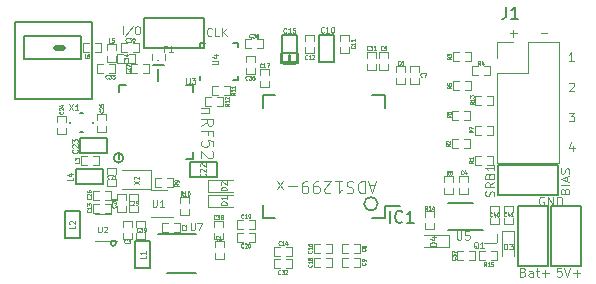
<source format=gto>
G04 #@! TF.GenerationSoftware,KiCad,Pcbnew,(5.0.0)*
G04 #@! TF.CreationDate,2018-09-10T01:32:23-04:00*
G04 #@! TF.ProjectId,EEG_ADS1299,4545475F414453313239392E6B696361,rev?*
G04 #@! TF.SameCoordinates,Original*
G04 #@! TF.FileFunction,Legend,Top*
G04 #@! TF.FilePolarity,Positive*
%FSLAX46Y46*%
G04 Gerber Fmt 4.6, Leading zero omitted, Abs format (unit mm)*
G04 Created by KiCad (PCBNEW (5.0.0)) date 09/10/18 01:32:23*
%MOMM*%
%LPD*%
G01*
G04 APERTURE LIST*
%ADD10C,0.100000*%
%ADD11C,0.200000*%
%ADD12C,0.125000*%
%ADD13C,0.500000*%
%ADD14C,0.120000*%
%ADD15C,0.152400*%
%ADD16C,0.071120*%
%ADD17C,0.150000*%
%ADD18C,0.127000*%
%ADD19C,0.250000*%
%ADD20C,0.114300*%
%ADD21C,0.090000*%
%ADD22C,0.060000*%
%ADD23C,0.092000*%
%ADD24C,0.095000*%
%ADD25C,0.080000*%
G04 APERTURE END LIST*
D10*
X274986666Y-126566666D02*
X274986666Y-125866666D01*
X275820000Y-125833333D02*
X275220000Y-126733333D01*
X276186666Y-125866666D02*
X276320000Y-125866666D01*
X276386666Y-125900000D01*
X276453333Y-125966666D01*
X276486666Y-126100000D01*
X276486666Y-126333333D01*
X276453333Y-126466666D01*
X276386666Y-126533333D01*
X276320000Y-126566666D01*
X276186666Y-126566666D01*
X276120000Y-126533333D01*
X276053333Y-126466666D01*
X276020000Y-126333333D01*
X276020000Y-126100000D01*
X276053333Y-125966666D01*
X276120000Y-125900000D01*
X276186666Y-125866666D01*
X308865714Y-146676428D02*
X308972857Y-146712142D01*
X309008571Y-146747857D01*
X309044285Y-146819285D01*
X309044285Y-146926428D01*
X309008571Y-146997857D01*
X308972857Y-147033571D01*
X308901428Y-147069285D01*
X308615714Y-147069285D01*
X308615714Y-146319285D01*
X308865714Y-146319285D01*
X308937142Y-146355000D01*
X308972857Y-146390714D01*
X309008571Y-146462142D01*
X309008571Y-146533571D01*
X308972857Y-146605000D01*
X308937142Y-146640714D01*
X308865714Y-146676428D01*
X308615714Y-146676428D01*
X309687142Y-147069285D02*
X309687142Y-146676428D01*
X309651428Y-146605000D01*
X309580000Y-146569285D01*
X309437142Y-146569285D01*
X309365714Y-146605000D01*
X309687142Y-147033571D02*
X309615714Y-147069285D01*
X309437142Y-147069285D01*
X309365714Y-147033571D01*
X309330000Y-146962142D01*
X309330000Y-146890714D01*
X309365714Y-146819285D01*
X309437142Y-146783571D01*
X309615714Y-146783571D01*
X309687142Y-146747857D01*
X309937142Y-146569285D02*
X310222857Y-146569285D01*
X310044285Y-146319285D02*
X310044285Y-146962142D01*
X310080000Y-147033571D01*
X310151428Y-147069285D01*
X310222857Y-147069285D01*
X310472857Y-146783571D02*
X311044285Y-146783571D01*
X310758571Y-147069285D02*
X310758571Y-146497857D01*
X313152857Y-135971428D02*
X313152857Y-136464761D01*
X312974285Y-135689523D02*
X312795714Y-136218095D01*
X313260000Y-136218095D01*
X312760000Y-133184761D02*
X313224285Y-133184761D01*
X312974285Y-133466666D01*
X313081428Y-133466666D01*
X313152857Y-133501904D01*
X313188571Y-133537142D01*
X313224285Y-133607619D01*
X313224285Y-133783809D01*
X313188571Y-133854285D01*
X313152857Y-133889523D01*
X313081428Y-133924761D01*
X312867142Y-133924761D01*
X312795714Y-133889523D01*
X312760000Y-133854285D01*
X312795714Y-130705238D02*
X312831428Y-130670000D01*
X312902857Y-130634761D01*
X313081428Y-130634761D01*
X313152857Y-130670000D01*
X313188571Y-130705238D01*
X313224285Y-130775714D01*
X313224285Y-130846190D01*
X313188571Y-130951904D01*
X312760000Y-131374761D01*
X313224285Y-131374761D01*
X313184285Y-128794761D02*
X312755714Y-128794761D01*
X312970000Y-128794761D02*
X312970000Y-128054761D01*
X312898571Y-128160476D01*
X312827142Y-128230952D01*
X312755714Y-128266190D01*
X308335714Y-126467142D02*
X307764285Y-126467142D01*
X308050000Y-126185238D02*
X308050000Y-126749047D01*
X310935714Y-126447142D02*
X310364285Y-126447142D01*
X306389523Y-140271428D02*
X306424761Y-140164285D01*
X306424761Y-139985714D01*
X306389523Y-139914285D01*
X306354285Y-139878571D01*
X306283809Y-139842857D01*
X306213333Y-139842857D01*
X306142857Y-139878571D01*
X306107619Y-139914285D01*
X306072380Y-139985714D01*
X306037142Y-140128571D01*
X306001904Y-140200000D01*
X305966666Y-140235714D01*
X305896190Y-140271428D01*
X305825714Y-140271428D01*
X305755238Y-140235714D01*
X305720000Y-140200000D01*
X305684761Y-140128571D01*
X305684761Y-139950000D01*
X305720000Y-139842857D01*
X306424761Y-139092857D02*
X306072380Y-139342857D01*
X306424761Y-139521428D02*
X305684761Y-139521428D01*
X305684761Y-139235714D01*
X305720000Y-139164285D01*
X305755238Y-139128571D01*
X305825714Y-139092857D01*
X305931428Y-139092857D01*
X306001904Y-139128571D01*
X306037142Y-139164285D01*
X306072380Y-139235714D01*
X306072380Y-139521428D01*
X306037142Y-138521428D02*
X306072380Y-138414285D01*
X306107619Y-138378571D01*
X306178095Y-138342857D01*
X306283809Y-138342857D01*
X306354285Y-138378571D01*
X306389523Y-138414285D01*
X306424761Y-138485714D01*
X306424761Y-138771428D01*
X305684761Y-138771428D01*
X305684761Y-138521428D01*
X305720000Y-138450000D01*
X305755238Y-138414285D01*
X305825714Y-138378571D01*
X305896190Y-138378571D01*
X305966666Y-138414285D01*
X306001904Y-138450000D01*
X306037142Y-138521428D01*
X306037142Y-138771428D01*
X306424761Y-137628571D02*
X306424761Y-138057142D01*
X306424761Y-137842857D02*
X305684761Y-137842857D01*
X305790476Y-137914285D01*
X305860952Y-137985714D01*
X305896190Y-138057142D01*
X312122857Y-146309285D02*
X311765714Y-146309285D01*
X311730000Y-146666428D01*
X311765714Y-146630714D01*
X311837142Y-146595000D01*
X312015714Y-146595000D01*
X312087142Y-146630714D01*
X312122857Y-146666428D01*
X312158571Y-146737857D01*
X312158571Y-146916428D01*
X312122857Y-146987857D01*
X312087142Y-147023571D01*
X312015714Y-147059285D01*
X311837142Y-147059285D01*
X311765714Y-147023571D01*
X311730000Y-146987857D01*
X312372857Y-146309285D02*
X312622857Y-147059285D01*
X312872857Y-146309285D01*
X313122857Y-146773571D02*
X313694285Y-146773571D01*
X313408571Y-147059285D02*
X313408571Y-146487857D01*
X312407142Y-139803571D02*
X312442380Y-139696428D01*
X312477619Y-139660714D01*
X312548095Y-139625000D01*
X312653809Y-139625000D01*
X312724285Y-139660714D01*
X312759523Y-139696428D01*
X312794761Y-139767857D01*
X312794761Y-140053571D01*
X312054761Y-140053571D01*
X312054761Y-139803571D01*
X312090000Y-139732142D01*
X312125238Y-139696428D01*
X312195714Y-139660714D01*
X312266190Y-139660714D01*
X312336666Y-139696428D01*
X312371904Y-139732142D01*
X312407142Y-139803571D01*
X312407142Y-140053571D01*
X312794761Y-139303571D02*
X312054761Y-139303571D01*
X312583333Y-138982142D02*
X312583333Y-138625000D01*
X312794761Y-139053571D02*
X312054761Y-138803571D01*
X312794761Y-138553571D01*
X312759523Y-138339285D02*
X312794761Y-138232142D01*
X312794761Y-138053571D01*
X312759523Y-137982142D01*
X312724285Y-137946428D01*
X312653809Y-137910714D01*
X312583333Y-137910714D01*
X312512857Y-137946428D01*
X312477619Y-137982142D01*
X312442380Y-138053571D01*
X312407142Y-138196428D01*
X312371904Y-138267857D01*
X312336666Y-138303571D01*
X312266190Y-138339285D01*
X312195714Y-138339285D01*
X312125238Y-138303571D01*
X312090000Y-138267857D01*
X312054761Y-138196428D01*
X312054761Y-138017857D01*
X312090000Y-137910714D01*
X310638571Y-140325000D02*
X310567142Y-140289285D01*
X310460000Y-140289285D01*
X310352857Y-140325000D01*
X310281428Y-140396428D01*
X310245714Y-140467857D01*
X310210000Y-140610714D01*
X310210000Y-140717857D01*
X310245714Y-140860714D01*
X310281428Y-140932142D01*
X310352857Y-141003571D01*
X310460000Y-141039285D01*
X310531428Y-141039285D01*
X310638571Y-141003571D01*
X310674285Y-140967857D01*
X310674285Y-140717857D01*
X310531428Y-140717857D01*
X310995714Y-141039285D02*
X310995714Y-140289285D01*
X311424285Y-141039285D01*
X311424285Y-140289285D01*
X311781428Y-141039285D02*
X311781428Y-140289285D01*
X311960000Y-140289285D01*
X312067142Y-140325000D01*
X312138571Y-140396428D01*
X312174285Y-140467857D01*
X312210000Y-140610714D01*
X312210000Y-140717857D01*
X312174285Y-140860714D01*
X312138571Y-140932142D01*
X312067142Y-141003571D01*
X311960000Y-141039285D01*
X311781428Y-141039285D01*
D11*
X277550000Y-129140000D02*
X278460000Y-129140000D01*
X277980000Y-128770000D02*
X277980000Y-128700000D01*
X278000000Y-130530000D02*
X278000000Y-129530000D01*
X265900000Y-132000000D02*
X265900000Y-125500000D01*
X272400000Y-132000000D02*
X265900000Y-132000000D01*
X272400000Y-125500000D02*
X272400000Y-132000000D01*
X265900000Y-125500000D02*
X272400000Y-125500000D01*
D12*
X296367857Y-139283333D02*
X295891666Y-139283333D01*
X296463095Y-138997619D02*
X296129761Y-139997619D01*
X295796428Y-138997619D01*
X295463095Y-138997619D02*
X295463095Y-139997619D01*
X295225000Y-139997619D01*
X295082142Y-139950000D01*
X294986904Y-139854761D01*
X294939285Y-139759523D01*
X294891666Y-139569047D01*
X294891666Y-139426190D01*
X294939285Y-139235714D01*
X294986904Y-139140476D01*
X295082142Y-139045238D01*
X295225000Y-138997619D01*
X295463095Y-138997619D01*
X294510714Y-139045238D02*
X294367857Y-138997619D01*
X294129761Y-138997619D01*
X294034523Y-139045238D01*
X293986904Y-139092857D01*
X293939285Y-139188095D01*
X293939285Y-139283333D01*
X293986904Y-139378571D01*
X294034523Y-139426190D01*
X294129761Y-139473809D01*
X294320238Y-139521428D01*
X294415476Y-139569047D01*
X294463095Y-139616666D01*
X294510714Y-139711904D01*
X294510714Y-139807142D01*
X294463095Y-139902380D01*
X294415476Y-139950000D01*
X294320238Y-139997619D01*
X294082142Y-139997619D01*
X293939285Y-139950000D01*
X292986904Y-138997619D02*
X293558333Y-138997619D01*
X293272619Y-138997619D02*
X293272619Y-139997619D01*
X293367857Y-139854761D01*
X293463095Y-139759523D01*
X293558333Y-139711904D01*
X292605952Y-139902380D02*
X292558333Y-139950000D01*
X292463095Y-139997619D01*
X292225000Y-139997619D01*
X292129761Y-139950000D01*
X292082142Y-139902380D01*
X292034523Y-139807142D01*
X292034523Y-139711904D01*
X292082142Y-139569047D01*
X292653571Y-138997619D01*
X292034523Y-138997619D01*
X291558333Y-138997619D02*
X291367857Y-138997619D01*
X291272619Y-139045238D01*
X291225000Y-139092857D01*
X291129761Y-139235714D01*
X291082142Y-139426190D01*
X291082142Y-139807142D01*
X291129761Y-139902380D01*
X291177380Y-139950000D01*
X291272619Y-139997619D01*
X291463095Y-139997619D01*
X291558333Y-139950000D01*
X291605952Y-139902380D01*
X291653571Y-139807142D01*
X291653571Y-139569047D01*
X291605952Y-139473809D01*
X291558333Y-139426190D01*
X291463095Y-139378571D01*
X291272619Y-139378571D01*
X291177380Y-139426190D01*
X291129761Y-139473809D01*
X291082142Y-139569047D01*
X290605952Y-138997619D02*
X290415476Y-138997619D01*
X290320238Y-139045238D01*
X290272619Y-139092857D01*
X290177380Y-139235714D01*
X290129761Y-139426190D01*
X290129761Y-139807142D01*
X290177380Y-139902380D01*
X290225000Y-139950000D01*
X290320238Y-139997619D01*
X290510714Y-139997619D01*
X290605952Y-139950000D01*
X290653571Y-139902380D01*
X290701190Y-139807142D01*
X290701190Y-139569047D01*
X290653571Y-139473809D01*
X290605952Y-139426190D01*
X290510714Y-139378571D01*
X290320238Y-139378571D01*
X290225000Y-139426190D01*
X290177380Y-139473809D01*
X290129761Y-139569047D01*
X289701190Y-139378571D02*
X288939285Y-139378571D01*
X288558333Y-138997619D02*
X288034523Y-139664285D01*
X288558333Y-139664285D02*
X288034523Y-138997619D01*
X282314285Y-132804761D02*
X281647619Y-132804761D01*
X282219047Y-132804761D02*
X282266666Y-132852380D01*
X282314285Y-132947619D01*
X282314285Y-133090476D01*
X282266666Y-133185714D01*
X282171428Y-133233333D01*
X281647619Y-133233333D01*
X281647619Y-134280952D02*
X282123809Y-133947619D01*
X281647619Y-133709523D02*
X282647619Y-133709523D01*
X282647619Y-134090476D01*
X282600000Y-134185714D01*
X282552380Y-134233333D01*
X282457142Y-134280952D01*
X282314285Y-134280952D01*
X282219047Y-134233333D01*
X282171428Y-134185714D01*
X282123809Y-134090476D01*
X282123809Y-133709523D01*
X282171428Y-135042857D02*
X282171428Y-134709523D01*
X281647619Y-134709523D02*
X282647619Y-134709523D01*
X282647619Y-135185714D01*
X282647619Y-136042857D02*
X282647619Y-135566666D01*
X282171428Y-135519047D01*
X282219047Y-135566666D01*
X282266666Y-135661904D01*
X282266666Y-135900000D01*
X282219047Y-135995238D01*
X282171428Y-136042857D01*
X282076190Y-136090476D01*
X281838095Y-136090476D01*
X281742857Y-136042857D01*
X281695238Y-135995238D01*
X281647619Y-135900000D01*
X281647619Y-135661904D01*
X281695238Y-135566666D01*
X281742857Y-135519047D01*
X282552380Y-136471428D02*
X282600000Y-136519047D01*
X282647619Y-136614285D01*
X282647619Y-136852380D01*
X282600000Y-136947619D01*
X282552380Y-136995238D01*
X282457142Y-137042857D01*
X282361904Y-137042857D01*
X282219047Y-136995238D01*
X281647619Y-136423809D01*
X281647619Y-137042857D01*
D11*
X274411107Y-144237500D02*
G75*
G03X274411107Y-144237500I-223607J0D01*
G01*
X296570088Y-140900000D02*
G75*
G03X296570088Y-140900000I-570088J0D01*
G01*
X275033113Y-137010000D02*
G75*
G03X275033113Y-137010000I-403113J0D01*
G01*
D10*
X282533333Y-126650000D02*
X282500000Y-126683333D01*
X282400000Y-126716666D01*
X282333333Y-126716666D01*
X282233333Y-126683333D01*
X282166666Y-126616666D01*
X282133333Y-126550000D01*
X282100000Y-126416666D01*
X282100000Y-126316666D01*
X282133333Y-126183333D01*
X282166666Y-126116666D01*
X282233333Y-126050000D01*
X282333333Y-126016666D01*
X282400000Y-126016666D01*
X282500000Y-126050000D01*
X282533333Y-126083333D01*
X283166666Y-126716666D02*
X282833333Y-126716666D01*
X282833333Y-126016666D01*
X283400000Y-126716666D02*
X283400000Y-126016666D01*
X283800000Y-126716666D02*
X283500000Y-126316666D01*
X283800000Y-126016666D02*
X283400000Y-126416666D01*
D13*
X269900000Y-127673000D02*
X269320000Y-127673000D01*
D14*
G04 #@! TO.C,D4*
X302630000Y-144580000D02*
X300530000Y-144580000D01*
X302630000Y-143580000D02*
X300530000Y-143580000D01*
X302630000Y-144580000D02*
X302630000Y-143580000D01*
D15*
G04 #@! TO.C,P1*
X311020000Y-146180000D02*
X308480000Y-146180000D01*
X308480000Y-146180000D02*
X308480000Y-141100000D01*
X308480000Y-141100000D02*
X311020000Y-141100000D01*
X311020000Y-141100000D02*
X311020000Y-146180000D01*
D14*
G04 #@! TO.C,D3*
X308140000Y-143190000D02*
X308140000Y-145290000D01*
X307140000Y-143190000D02*
X307140000Y-145290000D01*
X308140000Y-143190000D02*
X307140000Y-143190000D01*
D16*
G04 #@! TO.C,R15*
X305168420Y-144929000D02*
X305676420Y-144929000D01*
X305168420Y-145691000D02*
X305168420Y-144929000D01*
X305676420Y-145691000D02*
X305168420Y-145691000D01*
X306692420Y-144929000D02*
X306184420Y-144929000D01*
X306692420Y-145691000D02*
X306692420Y-144929000D01*
X306184420Y-145691000D02*
X306692420Y-145691000D01*
G04 #@! TO.C,R14*
X300589000Y-142534000D02*
X300589000Y-143042000D01*
X300589000Y-143042000D02*
X301351000Y-143042000D01*
X301351000Y-143042000D02*
X301351000Y-142534000D01*
X300589000Y-142026000D02*
X300589000Y-141518000D01*
X300589000Y-141518000D02*
X301351000Y-141518000D01*
X301351000Y-141518000D02*
X301351000Y-142026000D01*
G04 #@! TO.C,C40*
X306831000Y-141058420D02*
X306831000Y-141566420D01*
X306069000Y-141058420D02*
X306831000Y-141058420D01*
X306069000Y-141566420D02*
X306069000Y-141058420D01*
X306831000Y-142582420D02*
X306831000Y-142074420D01*
X306069000Y-142582420D02*
X306831000Y-142582420D01*
X306069000Y-142074420D02*
X306069000Y-142582420D01*
G04 #@! TO.C,C37*
X303816420Y-144939000D02*
X303308420Y-144939000D01*
X303308420Y-144939000D02*
X303308420Y-145701000D01*
X303308420Y-145701000D02*
X303816420Y-145701000D01*
X304324420Y-144939000D02*
X304832420Y-144939000D01*
X304832420Y-144939000D02*
X304832420Y-145701000D01*
X304832420Y-145701000D02*
X304324420Y-145701000D01*
G04 #@! TO.C,C41*
X308051000Y-141048420D02*
X308051000Y-141556420D01*
X307289000Y-141048420D02*
X308051000Y-141048420D01*
X307289000Y-141556420D02*
X307289000Y-141048420D01*
X308051000Y-142572420D02*
X308051000Y-142064420D01*
X307289000Y-142572420D02*
X308051000Y-142572420D01*
X307289000Y-142064420D02*
X307289000Y-142572420D01*
D15*
G04 #@! TO.C,P3*
X313820000Y-146180000D02*
X311280000Y-146180000D01*
X311280000Y-146180000D02*
X311280000Y-141100000D01*
X311280000Y-141100000D02*
X313820000Y-141100000D01*
X313820000Y-141100000D02*
X313820000Y-146180000D01*
G04 #@! TO.C,J2*
X306720000Y-137630000D02*
X311800000Y-137630000D01*
X306720000Y-140170000D02*
X306720000Y-137630000D01*
X311800000Y-140170000D02*
X306720000Y-140170000D01*
X311800000Y-137630000D02*
X311800000Y-140170000D01*
D16*
G04 #@! TO.C,R13*
X305345580Y-131749000D02*
X304837580Y-131749000D01*
X304837580Y-131749000D02*
X304837580Y-132511000D01*
X304837580Y-132511000D02*
X305345580Y-132511000D01*
X305853580Y-131749000D02*
X306361580Y-131749000D01*
X306361580Y-131749000D02*
X306361580Y-132511000D01*
X306361580Y-132511000D02*
X305853580Y-132511000D01*
D14*
G04 #@! TO.C,X2*
X274950000Y-139650000D02*
X277350000Y-139650000D01*
X277350000Y-139650000D02*
X277350000Y-138050000D01*
X277350000Y-138050000D02*
X274950000Y-138050000D01*
D16*
G04 #@! TO.C,R10*
X280621000Y-140846000D02*
X280621000Y-140338000D01*
X280621000Y-140338000D02*
X279859000Y-140338000D01*
X279859000Y-140338000D02*
X279859000Y-140846000D01*
X280621000Y-141354000D02*
X280621000Y-141862000D01*
X280621000Y-141862000D02*
X279859000Y-141862000D01*
X279859000Y-141862000D02*
X279859000Y-141354000D01*
G04 #@! TO.C,R9*
X278764000Y-139481000D02*
X279272000Y-139481000D01*
X279272000Y-139481000D02*
X279272000Y-138719000D01*
X279272000Y-138719000D02*
X278764000Y-138719000D01*
X278256000Y-139481000D02*
X277748000Y-139481000D01*
X277748000Y-139481000D02*
X277748000Y-138719000D01*
X277748000Y-138719000D02*
X278256000Y-138719000D01*
G04 #@! TO.C,C39*
X276149000Y-143344000D02*
X276149000Y-143852000D01*
X276149000Y-143852000D02*
X276911000Y-143852000D01*
X276911000Y-143852000D02*
X276911000Y-143344000D01*
X276149000Y-142836000D02*
X276149000Y-142328000D01*
X276149000Y-142328000D02*
X276911000Y-142328000D01*
X276911000Y-142328000D02*
X276911000Y-142836000D01*
G04 #@! TO.C,C38*
X283501000Y-142856000D02*
X283501000Y-142348000D01*
X283501000Y-142348000D02*
X282739000Y-142348000D01*
X282739000Y-142348000D02*
X282739000Y-142856000D01*
X283501000Y-143364000D02*
X283501000Y-143872000D01*
X283501000Y-143872000D02*
X282739000Y-143872000D01*
X282739000Y-143872000D02*
X282739000Y-143364000D01*
G04 #@! TO.C,R8*
X303396420Y-133009000D02*
X302888420Y-133009000D01*
X302888420Y-133009000D02*
X302888420Y-133771000D01*
X302888420Y-133771000D02*
X303396420Y-133771000D01*
X303904420Y-133009000D02*
X304412420Y-133009000D01*
X304412420Y-133009000D02*
X304412420Y-133771000D01*
X304412420Y-133771000D02*
X303904420Y-133771000D01*
G04 #@! TO.C,R7*
X305305580Y-134289000D02*
X304797580Y-134289000D01*
X304797580Y-134289000D02*
X304797580Y-135051000D01*
X304797580Y-135051000D02*
X305305580Y-135051000D01*
X305813580Y-134289000D02*
X306321580Y-134289000D01*
X306321580Y-134289000D02*
X306321580Y-135051000D01*
X306321580Y-135051000D02*
X305813580Y-135051000D01*
D17*
G04 #@! TO.C,IC1*
X297175000Y-142075000D02*
X297175000Y-141125000D01*
X286825000Y-142075000D02*
X286825000Y-141025000D01*
X286825000Y-131725000D02*
X286825000Y-132775000D01*
X297175000Y-131725000D02*
X297175000Y-132775000D01*
X297175000Y-142075000D02*
X296125000Y-142075000D01*
X297175000Y-131725000D02*
X296125000Y-131725000D01*
X286825000Y-131725000D02*
X287875000Y-131725000D01*
X286825000Y-142075000D02*
X287875000Y-142075000D01*
X297175000Y-141125000D02*
X298450000Y-141125000D01*
D18*
G04 #@! TO.C,L1*
X276055000Y-146373000D02*
X276055000Y-144087000D01*
X276055000Y-144087000D02*
X277325000Y-144087000D01*
X277325000Y-144087000D02*
X277325000Y-146373000D01*
X277325000Y-146373000D02*
X276055000Y-146373000D01*
D16*
G04 #@! TO.C,C1*
X283521000Y-144576000D02*
X283521000Y-144068000D01*
X283521000Y-144068000D02*
X282759000Y-144068000D01*
X282759000Y-144068000D02*
X282759000Y-144576000D01*
X283521000Y-145084000D02*
X283521000Y-145592000D01*
X283521000Y-145592000D02*
X282759000Y-145592000D01*
X282759000Y-145592000D02*
X282759000Y-145084000D01*
G04 #@! TO.C,C21*
X273689000Y-138854000D02*
X273689000Y-139362000D01*
X273689000Y-139362000D02*
X274451000Y-139362000D01*
X274451000Y-139362000D02*
X274451000Y-138854000D01*
X273689000Y-138346000D02*
X273689000Y-137838000D01*
X273689000Y-137838000D02*
X274451000Y-137838000D01*
X274451000Y-137838000D02*
X274451000Y-138346000D01*
D17*
G04 #@! TO.C,U4*
X284740000Y-130450000D02*
X284340000Y-130450000D01*
X284740000Y-130450000D02*
X284740000Y-130050000D01*
X284740000Y-127250000D02*
X284340000Y-127250000D01*
X284740000Y-127250000D02*
X284740000Y-127650000D01*
X281540000Y-127250000D02*
X281940000Y-127250000D01*
X281540000Y-127250000D02*
X281540000Y-127650000D01*
X281540000Y-130450000D02*
X281540000Y-130050000D01*
D16*
G04 #@! TO.C,R12*
X283004000Y-132591000D02*
X283512000Y-132591000D01*
X283512000Y-132591000D02*
X283512000Y-131829000D01*
X283512000Y-131829000D02*
X283004000Y-131829000D01*
X282496000Y-132591000D02*
X281988000Y-132591000D01*
X281988000Y-132591000D02*
X281988000Y-131829000D01*
X281988000Y-131829000D02*
X282496000Y-131829000D01*
G04 #@! TO.C,R11*
X283524000Y-131651000D02*
X284032000Y-131651000D01*
X284032000Y-131651000D02*
X284032000Y-130889000D01*
X284032000Y-130889000D02*
X283524000Y-130889000D01*
X283016000Y-131651000D02*
X282508000Y-131651000D01*
X282508000Y-131651000D02*
X282508000Y-130889000D01*
X282508000Y-130889000D02*
X283016000Y-130889000D01*
G04 #@! TO.C,C36*
X285846000Y-126979000D02*
X285338000Y-126979000D01*
X285338000Y-126979000D02*
X285338000Y-127741000D01*
X285338000Y-127741000D02*
X285846000Y-127741000D01*
X286354000Y-126979000D02*
X286862000Y-126979000D01*
X286862000Y-126979000D02*
X286862000Y-127741000D01*
X286862000Y-127741000D02*
X286354000Y-127741000D01*
G04 #@! TO.C,C35*
X286161000Y-128926000D02*
X286161000Y-128418000D01*
X286161000Y-128418000D02*
X285399000Y-128418000D01*
X285399000Y-128418000D02*
X285399000Y-128926000D01*
X286161000Y-129434000D02*
X286161000Y-129942000D01*
X286161000Y-129942000D02*
X285399000Y-129942000D01*
X285399000Y-129942000D02*
X285399000Y-129434000D01*
D14*
G04 #@! TO.C,F1*
X277470000Y-128250000D02*
X277470000Y-128750000D01*
X278530000Y-128750000D02*
X278530000Y-128250000D01*
D16*
G04 #@! TO.C,C34*
X275534000Y-129001000D02*
X276042000Y-129001000D01*
X276042000Y-129001000D02*
X276042000Y-128239000D01*
X276042000Y-128239000D02*
X275534000Y-128239000D01*
X275026000Y-129001000D02*
X274518000Y-129001000D01*
X274518000Y-129001000D02*
X274518000Y-128239000D01*
X274518000Y-128239000D02*
X275026000Y-128239000D01*
G04 #@! TO.C,C33*
X273346000Y-129069000D02*
X272838000Y-129069000D01*
X272838000Y-129069000D02*
X272838000Y-129831000D01*
X272838000Y-129831000D02*
X273346000Y-129831000D01*
X273854000Y-129069000D02*
X274362000Y-129069000D01*
X274362000Y-129069000D02*
X274362000Y-129831000D01*
X274362000Y-129831000D02*
X273854000Y-129831000D01*
D17*
G04 #@! TO.C,C15*
X289800000Y-129000000D02*
X288450000Y-129000000D01*
X289800000Y-128100000D02*
X289800000Y-128950000D01*
X288400000Y-128150000D02*
X288400000Y-129000000D01*
X288500000Y-128100000D02*
X289650000Y-128100000D01*
X288600000Y-129100000D02*
X289550000Y-129100000D01*
X288550000Y-129000000D02*
X289650000Y-129000000D01*
X288500000Y-128150000D02*
X289700000Y-128150000D01*
D19*
X289100000Y-128800000D02*
X289100000Y-128300000D01*
D18*
X288465000Y-128893000D02*
X288465000Y-126607000D01*
X288465000Y-126607000D02*
X289735000Y-126607000D01*
X289735000Y-126607000D02*
X289735000Y-128893000D01*
X289735000Y-128893000D02*
X288465000Y-128893000D01*
D15*
G04 #@! TO.C,P2*
X281840000Y-125180000D02*
X281840000Y-127720000D01*
X281840000Y-127720000D02*
X276760000Y-127720000D01*
X276760000Y-127720000D02*
X276760000Y-125180000D01*
X276760000Y-125180000D02*
X281840000Y-125180000D01*
D16*
G04 #@! TO.C,C5*
X297456000Y-128571000D02*
X297456000Y-128063000D01*
X297456000Y-128063000D02*
X296694000Y-128063000D01*
X296694000Y-128063000D02*
X296694000Y-128571000D01*
X297456000Y-129079000D02*
X297456000Y-129587000D01*
X297456000Y-129587000D02*
X296694000Y-129587000D01*
X296694000Y-129587000D02*
X296694000Y-129079000D01*
G04 #@! TO.C,C14*
X288296000Y-144569000D02*
X287788000Y-144569000D01*
X287788000Y-144569000D02*
X287788000Y-145331000D01*
X287788000Y-145331000D02*
X288296000Y-145331000D01*
X288804000Y-144569000D02*
X289312000Y-144569000D01*
X289312000Y-144569000D02*
X289312000Y-145331000D01*
X289312000Y-145331000D02*
X288804000Y-145331000D01*
D14*
G04 #@! TO.C,D2*
X282210000Y-138900000D02*
X282210000Y-139900000D01*
X282210000Y-139900000D02*
X284310000Y-139900000D01*
X282210000Y-138900000D02*
X284310000Y-138900000D01*
D16*
G04 #@! TO.C,C32*
X288296000Y-145619000D02*
X287788000Y-145619000D01*
X287788000Y-145619000D02*
X287788000Y-146381000D01*
X287788000Y-146381000D02*
X288296000Y-146381000D01*
X288804000Y-145619000D02*
X289312000Y-145619000D01*
X289312000Y-145619000D02*
X289312000Y-146381000D01*
X289312000Y-146381000D02*
X288804000Y-146381000D01*
D14*
G04 #@! TO.C,U2*
X272612500Y-144047500D02*
X274512500Y-144047500D01*
X274012500Y-141727500D02*
X272612500Y-141727500D01*
D16*
G04 #@! TO.C,C12*
X290419000Y-127654000D02*
X290419000Y-128162000D01*
X290419000Y-128162000D02*
X291181000Y-128162000D01*
X291181000Y-128162000D02*
X291181000Y-127654000D01*
X290419000Y-127146000D02*
X290419000Y-126638000D01*
X290419000Y-126638000D02*
X291181000Y-126638000D01*
X291181000Y-126638000D02*
X291181000Y-127146000D01*
G04 #@! TO.C,C31*
X296406000Y-128571000D02*
X296406000Y-128063000D01*
X296406000Y-128063000D02*
X295644000Y-128063000D01*
X295644000Y-128063000D02*
X295644000Y-128571000D01*
X296406000Y-129079000D02*
X296406000Y-129587000D01*
X296406000Y-129587000D02*
X295644000Y-129587000D01*
X295644000Y-129587000D02*
X295644000Y-129079000D01*
G04 #@! TO.C,C19*
X285146000Y-142294000D02*
X284638000Y-142294000D01*
X284638000Y-142294000D02*
X284638000Y-143056000D01*
X284638000Y-143056000D02*
X285146000Y-143056000D01*
X285654000Y-142294000D02*
X286162000Y-142294000D01*
X286162000Y-142294000D02*
X286162000Y-143056000D01*
X286162000Y-143056000D02*
X285654000Y-143056000D01*
G04 #@! TO.C,R5*
X303426420Y-130539000D02*
X302918420Y-130539000D01*
X302918420Y-130539000D02*
X302918420Y-131301000D01*
X302918420Y-131301000D02*
X303426420Y-131301000D01*
X303934420Y-130539000D02*
X304442420Y-130539000D01*
X304442420Y-130539000D02*
X304442420Y-131301000D01*
X304442420Y-131301000D02*
X303934420Y-131301000D01*
G04 #@! TO.C,C20*
X285654000Y-144131000D02*
X286162000Y-144131000D01*
X286162000Y-144131000D02*
X286162000Y-143369000D01*
X286162000Y-143369000D02*
X285654000Y-143369000D01*
X285146000Y-144131000D02*
X284638000Y-144131000D01*
X284638000Y-144131000D02*
X284638000Y-143369000D01*
X284638000Y-143369000D02*
X285146000Y-143369000D01*
G04 #@! TO.C,C18*
X291696000Y-145469000D02*
X291188000Y-145469000D01*
X291188000Y-145469000D02*
X291188000Y-146231000D01*
X291188000Y-146231000D02*
X291696000Y-146231000D01*
X292204000Y-145469000D02*
X292712000Y-145469000D01*
X292712000Y-145469000D02*
X292712000Y-146231000D01*
X292712000Y-146231000D02*
X292204000Y-146231000D01*
G04 #@! TO.C,C16*
X291696000Y-144344000D02*
X291188000Y-144344000D01*
X291188000Y-144344000D02*
X291188000Y-145106000D01*
X291188000Y-145106000D02*
X291696000Y-145106000D01*
X292204000Y-144344000D02*
X292712000Y-144344000D01*
X292712000Y-144344000D02*
X292712000Y-145106000D01*
X292712000Y-145106000D02*
X292204000Y-145106000D01*
G04 #@! TO.C,C9*
X294554000Y-146281000D02*
X295062000Y-146281000D01*
X295062000Y-146281000D02*
X295062000Y-145519000D01*
X295062000Y-145519000D02*
X294554000Y-145519000D01*
X294046000Y-146281000D02*
X293538000Y-146281000D01*
X293538000Y-146281000D02*
X293538000Y-145519000D01*
X293538000Y-145519000D02*
X294046000Y-145519000D01*
G04 #@! TO.C,C17*
X287356000Y-129971000D02*
X287356000Y-129463000D01*
X287356000Y-129463000D02*
X286594000Y-129463000D01*
X286594000Y-129463000D02*
X286594000Y-129971000D01*
X287356000Y-130479000D02*
X287356000Y-130987000D01*
X287356000Y-130987000D02*
X286594000Y-130987000D01*
X286594000Y-130987000D02*
X286594000Y-130479000D01*
G04 #@! TO.C,C8*
X294554000Y-145106000D02*
X295062000Y-145106000D01*
X295062000Y-145106000D02*
X295062000Y-144344000D01*
X295062000Y-144344000D02*
X294554000Y-144344000D01*
X294046000Y-145106000D02*
X293538000Y-145106000D01*
X293538000Y-145106000D02*
X293538000Y-144344000D01*
X293538000Y-144344000D02*
X294046000Y-144344000D01*
G04 #@! TO.C,C11*
X294156000Y-127146000D02*
X294156000Y-126638000D01*
X294156000Y-126638000D02*
X293394000Y-126638000D01*
X293394000Y-126638000D02*
X293394000Y-127146000D01*
X294156000Y-127654000D02*
X294156000Y-128162000D01*
X294156000Y-128162000D02*
X293394000Y-128162000D01*
X293394000Y-128162000D02*
X293394000Y-127654000D01*
G04 #@! TO.C,C7*
X300081000Y-129726000D02*
X300081000Y-129218000D01*
X300081000Y-129218000D02*
X299319000Y-129218000D01*
X299319000Y-129218000D02*
X299319000Y-129726000D01*
X300081000Y-130234000D02*
X300081000Y-130742000D01*
X300081000Y-130742000D02*
X299319000Y-130742000D01*
X299319000Y-130742000D02*
X299319000Y-130234000D01*
G04 #@! TO.C,C6*
X298856000Y-129726000D02*
X298856000Y-129218000D01*
X298856000Y-129218000D02*
X298094000Y-129218000D01*
X298094000Y-129218000D02*
X298094000Y-129726000D01*
X298856000Y-130234000D02*
X298856000Y-130742000D01*
X298856000Y-130742000D02*
X298094000Y-130742000D01*
X298094000Y-130742000D02*
X298094000Y-130234000D01*
D18*
G04 #@! TO.C,C10*
X292910000Y-126582000D02*
X292910000Y-128868000D01*
X292910000Y-128868000D02*
X291640000Y-128868000D01*
X291640000Y-128868000D02*
X291640000Y-126582000D01*
X291640000Y-126582000D02*
X292910000Y-126582000D01*
G04 #@! TO.C,L2*
X271347500Y-141544500D02*
X271347500Y-143830500D01*
X271347500Y-143830500D02*
X270077500Y-143830500D01*
X270077500Y-143830500D02*
X270077500Y-141544500D01*
X270077500Y-141544500D02*
X271347500Y-141544500D01*
D16*
G04 #@! TO.C,C13*
X272958500Y-140906500D02*
X272450500Y-140906500D01*
X272450500Y-140906500D02*
X272450500Y-141668500D01*
X272450500Y-141668500D02*
X272958500Y-141668500D01*
X273466500Y-140906500D02*
X273974500Y-140906500D01*
X273974500Y-140906500D02*
X273974500Y-141668500D01*
X273974500Y-141668500D02*
X273466500Y-141668500D01*
G04 #@! TO.C,C3*
X274981500Y-143341500D02*
X274981500Y-143849500D01*
X274981500Y-143849500D02*
X275743500Y-143849500D01*
X275743500Y-143849500D02*
X275743500Y-143341500D01*
X274981500Y-142833500D02*
X274981500Y-142325500D01*
X274981500Y-142325500D02*
X275743500Y-142325500D01*
X275743500Y-142325500D02*
X275743500Y-142833500D01*
G04 #@! TO.C,C2*
X278806000Y-142549000D02*
X278298000Y-142549000D01*
X278298000Y-142549000D02*
X278298000Y-143311000D01*
X278298000Y-143311000D02*
X278806000Y-143311000D01*
X279314000Y-142549000D02*
X279822000Y-142549000D01*
X279822000Y-142549000D02*
X279822000Y-143311000D01*
X279822000Y-143311000D02*
X279314000Y-143311000D01*
G04 #@! TO.C,C4*
X304191000Y-139055580D02*
X304191000Y-138547580D01*
X304191000Y-138547580D02*
X303429000Y-138547580D01*
X303429000Y-138547580D02*
X303429000Y-139055580D01*
X304191000Y-139563580D02*
X304191000Y-140071580D01*
X304191000Y-140071580D02*
X303429000Y-140071580D01*
X303429000Y-140071580D02*
X303429000Y-139563580D01*
G04 #@! TO.C,R6*
X302981000Y-139075580D02*
X302981000Y-138567580D01*
X302981000Y-138567580D02*
X302219000Y-138567580D01*
X302219000Y-138567580D02*
X302219000Y-139075580D01*
X302981000Y-139583580D02*
X302981000Y-140091580D01*
X302981000Y-140091580D02*
X302219000Y-140091580D01*
X302219000Y-140091580D02*
X302219000Y-139583580D01*
G04 #@! TO.C,R4*
X305085580Y-129209000D02*
X304577580Y-129209000D01*
X304577580Y-129209000D02*
X304577580Y-129971000D01*
X304577580Y-129971000D02*
X305085580Y-129971000D01*
X305593580Y-129209000D02*
X306101580Y-129209000D01*
X306101580Y-129209000D02*
X306101580Y-129971000D01*
X306101580Y-129971000D02*
X305593580Y-129971000D01*
G04 #@! TO.C,R3*
X303455580Y-128089000D02*
X302947580Y-128089000D01*
X302947580Y-128089000D02*
X302947580Y-128851000D01*
X302947580Y-128851000D02*
X303455580Y-128851000D01*
X303963580Y-128089000D02*
X304471580Y-128089000D01*
X304471580Y-128089000D02*
X304471580Y-128851000D01*
X304471580Y-128851000D02*
X303963580Y-128851000D01*
G04 #@! TO.C,R2*
X303366000Y-135449000D02*
X302858000Y-135449000D01*
X302858000Y-135449000D02*
X302858000Y-136211000D01*
X302858000Y-136211000D02*
X303366000Y-136211000D01*
X303874000Y-135449000D02*
X304382000Y-135449000D01*
X304382000Y-135449000D02*
X304382000Y-136211000D01*
X304382000Y-136211000D02*
X303874000Y-136211000D01*
G04 #@! TO.C,R1*
X305306000Y-136869000D02*
X304798000Y-136869000D01*
X304798000Y-136869000D02*
X304798000Y-137631000D01*
X304798000Y-137631000D02*
X305306000Y-137631000D01*
X305814000Y-136869000D02*
X306322000Y-136869000D01*
X306322000Y-136869000D02*
X306322000Y-137631000D01*
X306322000Y-137631000D02*
X305814000Y-137631000D01*
D14*
G04 #@! TO.C,D1*
X282210000Y-140150000D02*
X282210000Y-141150000D01*
X282210000Y-141150000D02*
X284310000Y-141150000D01*
X282210000Y-140150000D02*
X284310000Y-140150000D01*
D18*
G04 #@! TO.C,L4*
X273313000Y-139255000D02*
X271027000Y-139255000D01*
X271027000Y-139255000D02*
X271027000Y-137985000D01*
X271027000Y-137985000D02*
X273313000Y-137985000D01*
X273313000Y-137985000D02*
X273313000Y-139255000D01*
D17*
G04 #@! TO.C,X1*
X272500000Y-134050000D02*
X272500000Y-134100000D01*
X272500000Y-134050000D02*
X272500000Y-134000000D01*
X270500000Y-134050000D02*
X270500000Y-134100000D01*
X270500000Y-134050000D02*
X270500000Y-134000000D01*
X271500000Y-134850000D02*
X271650000Y-134850000D01*
X271500000Y-134850000D02*
X271350000Y-134850000D01*
X271500000Y-133250000D02*
X271650000Y-133250000D01*
X271500000Y-133250000D02*
X271350000Y-133250000D01*
D16*
G04 #@! TO.C,C28*
X275271000Y-140586000D02*
X275271000Y-140078000D01*
X275271000Y-140078000D02*
X274509000Y-140078000D01*
X274509000Y-140078000D02*
X274509000Y-140586000D01*
X275271000Y-141094000D02*
X275271000Y-141602000D01*
X275271000Y-141602000D02*
X274509000Y-141602000D01*
X274509000Y-141602000D02*
X274509000Y-141094000D01*
G04 #@! TO.C,C26*
X273454000Y-140581000D02*
X273962000Y-140581000D01*
X273962000Y-140581000D02*
X273962000Y-139819000D01*
X273962000Y-139819000D02*
X273454000Y-139819000D01*
X272946000Y-140581000D02*
X272438000Y-140581000D01*
X272438000Y-140581000D02*
X272438000Y-139819000D01*
X272438000Y-139819000D02*
X272946000Y-139819000D01*
G04 #@! TO.C,C24*
X270181000Y-133946000D02*
X270181000Y-133438000D01*
X270181000Y-133438000D02*
X269419000Y-133438000D01*
X269419000Y-133438000D02*
X269419000Y-133946000D01*
X270181000Y-134454000D02*
X270181000Y-134962000D01*
X270181000Y-134962000D02*
X269419000Y-134962000D01*
X269419000Y-134962000D02*
X269419000Y-134454000D01*
G04 #@! TO.C,C25*
X272819000Y-134354000D02*
X272819000Y-134862000D01*
X272819000Y-134862000D02*
X273581000Y-134862000D01*
X273581000Y-134862000D02*
X273581000Y-134354000D01*
X272819000Y-133846000D02*
X272819000Y-133338000D01*
X272819000Y-133338000D02*
X273581000Y-133338000D01*
X273581000Y-133338000D02*
X273581000Y-133846000D01*
G04 #@! TO.C,C27*
X276704000Y-129831000D02*
X277212000Y-129831000D01*
X277212000Y-129831000D02*
X277212000Y-129069000D01*
X277212000Y-129069000D02*
X276704000Y-129069000D01*
X276196000Y-129831000D02*
X275688000Y-129831000D01*
X275688000Y-129831000D02*
X275688000Y-129069000D01*
X275688000Y-129069000D02*
X276196000Y-129069000D01*
G04 #@! TO.C,C29*
X276291000Y-140586000D02*
X276291000Y-140078000D01*
X276291000Y-140078000D02*
X275529000Y-140078000D01*
X275529000Y-140078000D02*
X275529000Y-140586000D01*
X276291000Y-141094000D02*
X276291000Y-141602000D01*
X276291000Y-141602000D02*
X275529000Y-141602000D01*
X275529000Y-141602000D02*
X275529000Y-141094000D01*
D17*
G04 #@! TO.C,A1*
X266645000Y-126673000D02*
X271445000Y-126673000D01*
X271445000Y-126673000D02*
X271445000Y-128673000D01*
X271345000Y-128673000D02*
X266645000Y-128673000D01*
X266645000Y-128673000D02*
X266645000Y-126673000D01*
X271445000Y-128673000D02*
X271345000Y-128673000D01*
D16*
G04 #@! TO.C,L6*
X272654000Y-128081000D02*
X273162000Y-128081000D01*
X273162000Y-128081000D02*
X273162000Y-127319000D01*
X273162000Y-127319000D02*
X272654000Y-127319000D01*
X272146000Y-128081000D02*
X271638000Y-128081000D01*
X271638000Y-128081000D02*
X271638000Y-127319000D01*
X271638000Y-127319000D02*
X272146000Y-127319000D01*
G04 #@! TO.C,L5*
X274381000Y-127846000D02*
X274381000Y-127338000D01*
X274381000Y-127338000D02*
X273619000Y-127338000D01*
X273619000Y-127338000D02*
X273619000Y-127846000D01*
X274381000Y-128354000D02*
X274381000Y-128862000D01*
X274381000Y-128862000D02*
X273619000Y-128862000D01*
X273619000Y-128862000D02*
X273619000Y-128354000D01*
G04 #@! TO.C,C30*
X275854000Y-128081000D02*
X276362000Y-128081000D01*
X276362000Y-128081000D02*
X276362000Y-127319000D01*
X276362000Y-127319000D02*
X275854000Y-127319000D01*
X275346000Y-128081000D02*
X274838000Y-128081000D01*
X274838000Y-128081000D02*
X274838000Y-127319000D01*
X274838000Y-127319000D02*
X275346000Y-127319000D01*
G04 #@! TO.C,L3*
X271926000Y-136889000D02*
X271418000Y-136889000D01*
X271418000Y-136889000D02*
X271418000Y-137651000D01*
X271418000Y-137651000D02*
X271926000Y-137651000D01*
X272434000Y-136889000D02*
X272942000Y-136889000D01*
X272942000Y-136889000D02*
X272942000Y-137651000D01*
X272942000Y-137651000D02*
X272434000Y-137651000D01*
D18*
G04 #@! TO.C,C23*
X273643000Y-136635000D02*
X271357000Y-136635000D01*
X271357000Y-136635000D02*
X271357000Y-135365000D01*
X271357000Y-135365000D02*
X273643000Y-135365000D01*
X273643000Y-135365000D02*
X273643000Y-136635000D01*
G04 #@! TO.C,C22*
X280647000Y-137395000D02*
X282933000Y-137395000D01*
X282933000Y-137395000D02*
X282933000Y-138665000D01*
X282933000Y-138665000D02*
X280647000Y-138665000D01*
X280647000Y-138665000D02*
X280647000Y-137395000D01*
D17*
G04 #@! TO.C,U3*
X274675000Y-130875000D02*
X275275000Y-130875000D01*
X280925000Y-137125000D02*
X280325000Y-137125000D01*
X280925000Y-130875000D02*
X280325000Y-130875000D01*
X274675000Y-137125000D02*
X274675000Y-136525000D01*
X280925000Y-137125000D02*
X280925000Y-136525000D01*
X280925000Y-130875000D02*
X280925000Y-131475000D01*
X274675000Y-130875000D02*
X274675000Y-131475000D01*
G04 #@! TO.C,U7*
X278735000Y-146770000D02*
X281185000Y-146770000D01*
X278010000Y-143470000D02*
X281185000Y-143470000D01*
D14*
G04 #@! TO.C,U1*
X277360000Y-142060000D02*
X279260000Y-142060000D01*
X278760000Y-139740000D02*
X277360000Y-139740000D01*
G04 #@! TO.C,J1*
X306710000Y-137490000D02*
X311910000Y-137490000D01*
X306710000Y-129810000D02*
X306710000Y-137490000D01*
X311910000Y-127210000D02*
X311910000Y-137490000D01*
X306710000Y-129810000D02*
X309310000Y-129810000D01*
X309310000Y-129810000D02*
X309310000Y-127210000D01*
X309310000Y-127210000D02*
X311910000Y-127210000D01*
X306710000Y-128540000D02*
X306710000Y-127210000D01*
X306710000Y-127210000D02*
X308040000Y-127210000D01*
D10*
G04 #@! TO.C,Q1*
X306710000Y-144180000D02*
X306710000Y-143480000D01*
X306580000Y-144255000D02*
X305580000Y-144255000D01*
D17*
G04 #@! TO.C,U5*
X305500000Y-143125000D02*
X302525000Y-143125000D01*
X304675000Y-140875000D02*
X302525000Y-140875000D01*
G04 #@! TO.C,D4*
D10*
X301506190Y-144449047D02*
X301006190Y-144449047D01*
X301006190Y-144330000D01*
X301030000Y-144258571D01*
X301077619Y-144210952D01*
X301125238Y-144187142D01*
X301220476Y-144163333D01*
X301291904Y-144163333D01*
X301387142Y-144187142D01*
X301434761Y-144210952D01*
X301482380Y-144258571D01*
X301506190Y-144330000D01*
X301506190Y-144449047D01*
X301172857Y-143734761D02*
X301506190Y-143734761D01*
X300982380Y-143853809D02*
X301339523Y-143972857D01*
X301339523Y-143663333D01*
G04 #@! TO.C,D3*
X307270952Y-144766190D02*
X307270952Y-144266190D01*
X307390000Y-144266190D01*
X307461428Y-144290000D01*
X307509047Y-144337619D01*
X307532857Y-144385238D01*
X307556666Y-144480476D01*
X307556666Y-144551904D01*
X307532857Y-144647142D01*
X307509047Y-144694761D01*
X307461428Y-144742380D01*
X307390000Y-144766190D01*
X307270952Y-144766190D01*
X307723333Y-144266190D02*
X308032857Y-144266190D01*
X307866190Y-144456666D01*
X307937619Y-144456666D01*
X307985238Y-144480476D01*
X308009047Y-144504285D01*
X308032857Y-144551904D01*
X308032857Y-144670952D01*
X308009047Y-144718571D01*
X307985238Y-144742380D01*
X307937619Y-144766190D01*
X307794761Y-144766190D01*
X307747142Y-144742380D01*
X307723333Y-144718571D01*
G04 #@! TO.C,R15*
D16*
X305784057Y-146188568D02*
X305682457Y-146021654D01*
X305609885Y-146188568D02*
X305609885Y-145838048D01*
X305726000Y-145838048D01*
X305755028Y-145854740D01*
X305769542Y-145871431D01*
X305784057Y-145904814D01*
X305784057Y-145954888D01*
X305769542Y-145988271D01*
X305755028Y-146004962D01*
X305726000Y-146021654D01*
X305609885Y-146021654D01*
X306074342Y-146188568D02*
X305900171Y-146188568D01*
X305987257Y-146188568D02*
X305987257Y-145838048D01*
X305958228Y-145888122D01*
X305929200Y-145921505D01*
X305900171Y-145938197D01*
X306350114Y-145838048D02*
X306204971Y-145838048D01*
X306190457Y-146004962D01*
X306204971Y-145988271D01*
X306234000Y-145971580D01*
X306306571Y-145971580D01*
X306335600Y-145988271D01*
X306350114Y-146004962D01*
X306364628Y-146038345D01*
X306364628Y-146121802D01*
X306350114Y-146155185D01*
X306335600Y-146171877D01*
X306306571Y-146188568D01*
X306234000Y-146188568D01*
X306204971Y-146171877D01*
X306190457Y-146155185D01*
G04 #@! TO.C,R14*
X300764057Y-141418568D02*
X300662457Y-141251654D01*
X300589885Y-141418568D02*
X300589885Y-141068048D01*
X300706000Y-141068048D01*
X300735028Y-141084740D01*
X300749542Y-141101431D01*
X300764057Y-141134814D01*
X300764057Y-141184888D01*
X300749542Y-141218271D01*
X300735028Y-141234962D01*
X300706000Y-141251654D01*
X300589885Y-141251654D01*
X301054342Y-141418568D02*
X300880171Y-141418568D01*
X300967257Y-141418568D02*
X300967257Y-141068048D01*
X300938228Y-141118122D01*
X300909200Y-141151505D01*
X300880171Y-141168197D01*
X301315600Y-141184888D02*
X301315600Y-141418568D01*
X301243028Y-141051357D02*
X301170457Y-141301728D01*
X301359142Y-141301728D01*
G04 #@! TO.C,C40*
X306264057Y-141955185D02*
X306249542Y-141971877D01*
X306206000Y-141988568D01*
X306176971Y-141988568D01*
X306133428Y-141971877D01*
X306104400Y-141938494D01*
X306089885Y-141905111D01*
X306075371Y-141838345D01*
X306075371Y-141788271D01*
X306089885Y-141721505D01*
X306104400Y-141688122D01*
X306133428Y-141654740D01*
X306176971Y-141638048D01*
X306206000Y-141638048D01*
X306249542Y-141654740D01*
X306264057Y-141671431D01*
X306525314Y-141754888D02*
X306525314Y-141988568D01*
X306452742Y-141621357D02*
X306380171Y-141871728D01*
X306568857Y-141871728D01*
X306743028Y-141638048D02*
X306772057Y-141638048D01*
X306801085Y-141654740D01*
X306815600Y-141671431D01*
X306830114Y-141704814D01*
X306844628Y-141771580D01*
X306844628Y-141855037D01*
X306830114Y-141921802D01*
X306815600Y-141955185D01*
X306801085Y-141971877D01*
X306772057Y-141988568D01*
X306743028Y-141988568D01*
X306714000Y-141971877D01*
X306699485Y-141955185D01*
X306684971Y-141921802D01*
X306670457Y-141855037D01*
X306670457Y-141771580D01*
X306684971Y-141704814D01*
X306699485Y-141671431D01*
X306714000Y-141654740D01*
X306743028Y-141638048D01*
G04 #@! TO.C,C37*
X303145605Y-145485942D02*
X303162297Y-145500457D01*
X303178988Y-145544000D01*
X303178988Y-145573028D01*
X303162297Y-145616571D01*
X303128914Y-145645600D01*
X303095531Y-145660114D01*
X303028765Y-145674628D01*
X302978691Y-145674628D01*
X302911925Y-145660114D01*
X302878542Y-145645600D01*
X302845160Y-145616571D01*
X302828468Y-145573028D01*
X302828468Y-145544000D01*
X302845160Y-145500457D01*
X302861851Y-145485942D01*
X302828468Y-145384342D02*
X302828468Y-145195657D01*
X302962000Y-145297257D01*
X302962000Y-145253714D01*
X302978691Y-145224685D01*
X302995382Y-145210171D01*
X303028765Y-145195657D01*
X303112222Y-145195657D01*
X303145605Y-145210171D01*
X303162297Y-145224685D01*
X303178988Y-145253714D01*
X303178988Y-145340800D01*
X303162297Y-145369828D01*
X303145605Y-145384342D01*
X302828468Y-145094057D02*
X302828468Y-144890857D01*
X303178988Y-145021485D01*
G04 #@! TO.C,C41*
X307454057Y-141945185D02*
X307439542Y-141961877D01*
X307396000Y-141978568D01*
X307366971Y-141978568D01*
X307323428Y-141961877D01*
X307294400Y-141928494D01*
X307279885Y-141895111D01*
X307265371Y-141828345D01*
X307265371Y-141778271D01*
X307279885Y-141711505D01*
X307294400Y-141678122D01*
X307323428Y-141644740D01*
X307366971Y-141628048D01*
X307396000Y-141628048D01*
X307439542Y-141644740D01*
X307454057Y-141661431D01*
X307715314Y-141744888D02*
X307715314Y-141978568D01*
X307642742Y-141611357D02*
X307570171Y-141861728D01*
X307758857Y-141861728D01*
X308034628Y-141978568D02*
X307860457Y-141978568D01*
X307947542Y-141978568D02*
X307947542Y-141628048D01*
X307918514Y-141678122D01*
X307889485Y-141711505D01*
X307860457Y-141728197D01*
G04 #@! TO.C,R13*
X304708148Y-132295942D02*
X304541234Y-132397542D01*
X304708148Y-132470114D02*
X304357628Y-132470114D01*
X304357628Y-132354000D01*
X304374320Y-132324971D01*
X304391011Y-132310457D01*
X304424394Y-132295942D01*
X304474468Y-132295942D01*
X304507851Y-132310457D01*
X304524542Y-132324971D01*
X304541234Y-132354000D01*
X304541234Y-132470114D01*
X304708148Y-132005657D02*
X304708148Y-132179828D01*
X304708148Y-132092742D02*
X304357628Y-132092742D01*
X304407702Y-132121771D01*
X304441085Y-132150800D01*
X304457777Y-132179828D01*
X304357628Y-131904057D02*
X304357628Y-131715371D01*
X304491160Y-131816971D01*
X304491160Y-131773428D01*
X304507851Y-131744400D01*
X304524542Y-131729885D01*
X304557925Y-131715371D01*
X304641382Y-131715371D01*
X304674765Y-131729885D01*
X304691457Y-131744400D01*
X304708148Y-131773428D01*
X304708148Y-131860514D01*
X304691457Y-131889542D01*
X304674765Y-131904057D01*
G04 #@! TO.C,X2*
D10*
X275930952Y-139223809D02*
X276330952Y-138957142D01*
X275930952Y-138957142D02*
X276330952Y-139223809D01*
X275969047Y-138823809D02*
X275950000Y-138804761D01*
X275930952Y-138766666D01*
X275930952Y-138671428D01*
X275950000Y-138633333D01*
X275969047Y-138614285D01*
X276007142Y-138595238D01*
X276045238Y-138595238D01*
X276102380Y-138614285D01*
X276330952Y-138842857D01*
X276330952Y-138595238D01*
G04 #@! TO.C,R10*
D16*
X280074057Y-140208568D02*
X279972457Y-140041654D01*
X279899885Y-140208568D02*
X279899885Y-139858048D01*
X280016000Y-139858048D01*
X280045028Y-139874740D01*
X280059542Y-139891431D01*
X280074057Y-139924814D01*
X280074057Y-139974888D01*
X280059542Y-140008271D01*
X280045028Y-140024962D01*
X280016000Y-140041654D01*
X279899885Y-140041654D01*
X280364342Y-140208568D02*
X280190171Y-140208568D01*
X280277257Y-140208568D02*
X280277257Y-139858048D01*
X280248228Y-139908122D01*
X280219200Y-139941505D01*
X280190171Y-139958197D01*
X280553028Y-139858048D02*
X280582057Y-139858048D01*
X280611085Y-139874740D01*
X280625600Y-139891431D01*
X280640114Y-139924814D01*
X280654628Y-139991580D01*
X280654628Y-140075037D01*
X280640114Y-140141802D01*
X280625600Y-140175185D01*
X280611085Y-140191877D01*
X280582057Y-140208568D01*
X280553028Y-140208568D01*
X280524000Y-140191877D01*
X280509485Y-140175185D01*
X280494971Y-140141802D01*
X280480457Y-140075037D01*
X280480457Y-139991580D01*
X280494971Y-139924814D01*
X280509485Y-139891431D01*
X280524000Y-139874740D01*
X280553028Y-139858048D01*
G04 #@! TO.C,R9*
X279718568Y-139180800D02*
X279551654Y-139282400D01*
X279718568Y-139354971D02*
X279368048Y-139354971D01*
X279368048Y-139238857D01*
X279384740Y-139209828D01*
X279401431Y-139195314D01*
X279434814Y-139180800D01*
X279484888Y-139180800D01*
X279518271Y-139195314D01*
X279534962Y-139209828D01*
X279551654Y-139238857D01*
X279551654Y-139354971D01*
X279718568Y-139035657D02*
X279718568Y-138977600D01*
X279701877Y-138948571D01*
X279685185Y-138934057D01*
X279635111Y-138905028D01*
X279568345Y-138890514D01*
X279434814Y-138890514D01*
X279401431Y-138905028D01*
X279384740Y-138919542D01*
X279368048Y-138948571D01*
X279368048Y-139006628D01*
X279384740Y-139035657D01*
X279401431Y-139050171D01*
X279434814Y-139064685D01*
X279518271Y-139064685D01*
X279551654Y-139050171D01*
X279568345Y-139035657D01*
X279585037Y-139006628D01*
X279585037Y-138948571D01*
X279568345Y-138919542D01*
X279551654Y-138905028D01*
X279518271Y-138890514D01*
G04 #@! TO.C,C39*
X276354057Y-143245185D02*
X276339542Y-143261877D01*
X276296000Y-143278568D01*
X276266971Y-143278568D01*
X276223428Y-143261877D01*
X276194400Y-143228494D01*
X276179885Y-143195111D01*
X276165371Y-143128345D01*
X276165371Y-143078271D01*
X276179885Y-143011505D01*
X276194400Y-142978122D01*
X276223428Y-142944740D01*
X276266971Y-142928048D01*
X276296000Y-142928048D01*
X276339542Y-142944740D01*
X276354057Y-142961431D01*
X276455657Y-142928048D02*
X276644342Y-142928048D01*
X276542742Y-143061580D01*
X276586285Y-143061580D01*
X276615314Y-143078271D01*
X276629828Y-143094962D01*
X276644342Y-143128345D01*
X276644342Y-143211802D01*
X276629828Y-143245185D01*
X276615314Y-143261877D01*
X276586285Y-143278568D01*
X276499200Y-143278568D01*
X276470171Y-143261877D01*
X276455657Y-143245185D01*
X276789485Y-143278568D02*
X276847542Y-143278568D01*
X276876571Y-143261877D01*
X276891085Y-143245185D01*
X276920114Y-143195111D01*
X276934628Y-143128345D01*
X276934628Y-142994814D01*
X276920114Y-142961431D01*
X276905600Y-142944740D01*
X276876571Y-142928048D01*
X276818514Y-142928048D01*
X276789485Y-142944740D01*
X276774971Y-142961431D01*
X276760457Y-142994814D01*
X276760457Y-143078271D01*
X276774971Y-143111654D01*
X276789485Y-143128345D01*
X276818514Y-143145037D01*
X276876571Y-143145037D01*
X276905600Y-143128345D01*
X276920114Y-143111654D01*
X276934628Y-143078271D01*
G04 #@! TO.C,C38*
X282884057Y-142185185D02*
X282869542Y-142201877D01*
X282826000Y-142218568D01*
X282796971Y-142218568D01*
X282753428Y-142201877D01*
X282724400Y-142168494D01*
X282709885Y-142135111D01*
X282695371Y-142068345D01*
X282695371Y-142018271D01*
X282709885Y-141951505D01*
X282724400Y-141918122D01*
X282753428Y-141884740D01*
X282796971Y-141868048D01*
X282826000Y-141868048D01*
X282869542Y-141884740D01*
X282884057Y-141901431D01*
X282985657Y-141868048D02*
X283174342Y-141868048D01*
X283072742Y-142001580D01*
X283116285Y-142001580D01*
X283145314Y-142018271D01*
X283159828Y-142034962D01*
X283174342Y-142068345D01*
X283174342Y-142151802D01*
X283159828Y-142185185D01*
X283145314Y-142201877D01*
X283116285Y-142218568D01*
X283029200Y-142218568D01*
X283000171Y-142201877D01*
X282985657Y-142185185D01*
X283348514Y-142018271D02*
X283319485Y-142001580D01*
X283304971Y-141984888D01*
X283290457Y-141951505D01*
X283290457Y-141934814D01*
X283304971Y-141901431D01*
X283319485Y-141884740D01*
X283348514Y-141868048D01*
X283406571Y-141868048D01*
X283435600Y-141884740D01*
X283450114Y-141901431D01*
X283464628Y-141934814D01*
X283464628Y-141951505D01*
X283450114Y-141984888D01*
X283435600Y-142001580D01*
X283406571Y-142018271D01*
X283348514Y-142018271D01*
X283319485Y-142034962D01*
X283304971Y-142051654D01*
X283290457Y-142085037D01*
X283290457Y-142151802D01*
X283304971Y-142185185D01*
X283319485Y-142201877D01*
X283348514Y-142218568D01*
X283406571Y-142218568D01*
X283435600Y-142201877D01*
X283450114Y-142185185D01*
X283464628Y-142151802D01*
X283464628Y-142085037D01*
X283450114Y-142051654D01*
X283435600Y-142034962D01*
X283406571Y-142018271D01*
G04 #@! TO.C,R8*
X302758988Y-133410800D02*
X302592074Y-133512400D01*
X302758988Y-133584971D02*
X302408468Y-133584971D01*
X302408468Y-133468857D01*
X302425160Y-133439828D01*
X302441851Y-133425314D01*
X302475234Y-133410800D01*
X302525308Y-133410800D01*
X302558691Y-133425314D01*
X302575382Y-133439828D01*
X302592074Y-133468857D01*
X302592074Y-133584971D01*
X302558691Y-133236628D02*
X302542000Y-133265657D01*
X302525308Y-133280171D01*
X302491925Y-133294685D01*
X302475234Y-133294685D01*
X302441851Y-133280171D01*
X302425160Y-133265657D01*
X302408468Y-133236628D01*
X302408468Y-133178571D01*
X302425160Y-133149542D01*
X302441851Y-133135028D01*
X302475234Y-133120514D01*
X302491925Y-133120514D01*
X302525308Y-133135028D01*
X302542000Y-133149542D01*
X302558691Y-133178571D01*
X302558691Y-133236628D01*
X302575382Y-133265657D01*
X302592074Y-133280171D01*
X302625457Y-133294685D01*
X302692222Y-133294685D01*
X302725605Y-133280171D01*
X302742297Y-133265657D01*
X302758988Y-133236628D01*
X302758988Y-133178571D01*
X302742297Y-133149542D01*
X302725605Y-133135028D01*
X302692222Y-133120514D01*
X302625457Y-133120514D01*
X302592074Y-133135028D01*
X302575382Y-133149542D01*
X302558691Y-133178571D01*
G04 #@! TO.C,R7*
X304668148Y-134690800D02*
X304501234Y-134792400D01*
X304668148Y-134864971D02*
X304317628Y-134864971D01*
X304317628Y-134748857D01*
X304334320Y-134719828D01*
X304351011Y-134705314D01*
X304384394Y-134690800D01*
X304434468Y-134690800D01*
X304467851Y-134705314D01*
X304484542Y-134719828D01*
X304501234Y-134748857D01*
X304501234Y-134864971D01*
X304317628Y-134589200D02*
X304317628Y-134386000D01*
X304668148Y-134516628D01*
G04 #@! TO.C,IC1*
D17*
X297623809Y-142502380D02*
X297623809Y-141502380D01*
X298671428Y-142407142D02*
X298623809Y-142454761D01*
X298480952Y-142502380D01*
X298385714Y-142502380D01*
X298242857Y-142454761D01*
X298147619Y-142359523D01*
X298100000Y-142264285D01*
X298052380Y-142073809D01*
X298052380Y-141930952D01*
X298100000Y-141740476D01*
X298147619Y-141645238D01*
X298242857Y-141550000D01*
X298385714Y-141502380D01*
X298480952Y-141502380D01*
X298623809Y-141550000D01*
X298671428Y-141597619D01*
X299623809Y-142502380D02*
X299052380Y-142502380D01*
X299338095Y-142502380D02*
X299338095Y-141502380D01*
X299242857Y-141645238D01*
X299147619Y-141740476D01*
X299052380Y-141788095D01*
G04 #@! TO.C,L1*
D20*
X276919809Y-145306200D02*
X276919809Y-145523914D01*
X276411809Y-145523914D01*
X276919809Y-144914314D02*
X276919809Y-145175571D01*
X276919809Y-145044942D02*
X276411809Y-145044942D01*
X276484380Y-145088485D01*
X276532761Y-145132028D01*
X276556952Y-145175571D01*
G04 #@! TO.C,C1*
D16*
X283049200Y-143905185D02*
X283034685Y-143921877D01*
X282991142Y-143938568D01*
X282962114Y-143938568D01*
X282918571Y-143921877D01*
X282889542Y-143888494D01*
X282875028Y-143855111D01*
X282860514Y-143788345D01*
X282860514Y-143738271D01*
X282875028Y-143671505D01*
X282889542Y-143638122D01*
X282918571Y-143604740D01*
X282962114Y-143588048D01*
X282991142Y-143588048D01*
X283034685Y-143604740D01*
X283049200Y-143621431D01*
X283339485Y-143938568D02*
X283165314Y-143938568D01*
X283252400Y-143938568D02*
X283252400Y-143588048D01*
X283223371Y-143638122D01*
X283194342Y-143671505D01*
X283165314Y-143688197D01*
G04 #@! TO.C,C21*
X273874057Y-138745185D02*
X273859542Y-138761877D01*
X273816000Y-138778568D01*
X273786971Y-138778568D01*
X273743428Y-138761877D01*
X273714400Y-138728494D01*
X273699885Y-138695111D01*
X273685371Y-138628345D01*
X273685371Y-138578271D01*
X273699885Y-138511505D01*
X273714400Y-138478122D01*
X273743428Y-138444740D01*
X273786971Y-138428048D01*
X273816000Y-138428048D01*
X273859542Y-138444740D01*
X273874057Y-138461431D01*
X273990171Y-138461431D02*
X274004685Y-138444740D01*
X274033714Y-138428048D01*
X274106285Y-138428048D01*
X274135314Y-138444740D01*
X274149828Y-138461431D01*
X274164342Y-138494814D01*
X274164342Y-138528197D01*
X274149828Y-138578271D01*
X273975657Y-138778568D01*
X274164342Y-138778568D01*
X274454628Y-138778568D02*
X274280457Y-138778568D01*
X274367542Y-138778568D02*
X274367542Y-138428048D01*
X274338514Y-138478122D01*
X274309485Y-138511505D01*
X274280457Y-138528197D01*
G04 #@! TO.C,U4*
D21*
X282566190Y-129070952D02*
X282970952Y-129070952D01*
X283018571Y-129047142D01*
X283042380Y-129023333D01*
X283066190Y-128975714D01*
X283066190Y-128880476D01*
X283042380Y-128832857D01*
X283018571Y-128809047D01*
X282970952Y-128785238D01*
X282566190Y-128785238D01*
X282732857Y-128332857D02*
X283066190Y-128332857D01*
X282542380Y-128451904D02*
X282899523Y-128570952D01*
X282899523Y-128261428D01*
G04 #@! TO.C,R12*
D16*
X283958568Y-132435942D02*
X283791654Y-132537542D01*
X283958568Y-132610114D02*
X283608048Y-132610114D01*
X283608048Y-132494000D01*
X283624740Y-132464971D01*
X283641431Y-132450457D01*
X283674814Y-132435942D01*
X283724888Y-132435942D01*
X283758271Y-132450457D01*
X283774962Y-132464971D01*
X283791654Y-132494000D01*
X283791654Y-132610114D01*
X283958568Y-132145657D02*
X283958568Y-132319828D01*
X283958568Y-132232742D02*
X283608048Y-132232742D01*
X283658122Y-132261771D01*
X283691505Y-132290800D01*
X283708197Y-132319828D01*
X283641431Y-132029542D02*
X283624740Y-132015028D01*
X283608048Y-131986000D01*
X283608048Y-131913428D01*
X283624740Y-131884400D01*
X283641431Y-131869885D01*
X283674814Y-131855371D01*
X283708197Y-131855371D01*
X283758271Y-131869885D01*
X283958568Y-132044057D01*
X283958568Y-131855371D01*
G04 #@! TO.C,R11*
X284478568Y-131495942D02*
X284311654Y-131597542D01*
X284478568Y-131670114D02*
X284128048Y-131670114D01*
X284128048Y-131554000D01*
X284144740Y-131524971D01*
X284161431Y-131510457D01*
X284194814Y-131495942D01*
X284244888Y-131495942D01*
X284278271Y-131510457D01*
X284294962Y-131524971D01*
X284311654Y-131554000D01*
X284311654Y-131670114D01*
X284478568Y-131205657D02*
X284478568Y-131379828D01*
X284478568Y-131292742D02*
X284128048Y-131292742D01*
X284178122Y-131321771D01*
X284211505Y-131350800D01*
X284228197Y-131379828D01*
X284478568Y-130915371D02*
X284478568Y-131089542D01*
X284478568Y-131002457D02*
X284128048Y-131002457D01*
X284178122Y-131031485D01*
X284211505Y-131060514D01*
X284228197Y-131089542D01*
G04 #@! TO.C,C36*
X285894057Y-126805185D02*
X285879542Y-126821877D01*
X285836000Y-126838568D01*
X285806971Y-126838568D01*
X285763428Y-126821877D01*
X285734400Y-126788494D01*
X285719885Y-126755111D01*
X285705371Y-126688345D01*
X285705371Y-126638271D01*
X285719885Y-126571505D01*
X285734400Y-126538122D01*
X285763428Y-126504740D01*
X285806971Y-126488048D01*
X285836000Y-126488048D01*
X285879542Y-126504740D01*
X285894057Y-126521431D01*
X285995657Y-126488048D02*
X286184342Y-126488048D01*
X286082742Y-126621580D01*
X286126285Y-126621580D01*
X286155314Y-126638271D01*
X286169828Y-126654962D01*
X286184342Y-126688345D01*
X286184342Y-126771802D01*
X286169828Y-126805185D01*
X286155314Y-126821877D01*
X286126285Y-126838568D01*
X286039200Y-126838568D01*
X286010171Y-126821877D01*
X285995657Y-126805185D01*
X286445600Y-126488048D02*
X286387542Y-126488048D01*
X286358514Y-126504740D01*
X286344000Y-126521431D01*
X286314971Y-126571505D01*
X286300457Y-126638271D01*
X286300457Y-126771802D01*
X286314971Y-126805185D01*
X286329485Y-126821877D01*
X286358514Y-126838568D01*
X286416571Y-126838568D01*
X286445600Y-126821877D01*
X286460114Y-126805185D01*
X286474628Y-126771802D01*
X286474628Y-126688345D01*
X286460114Y-126654962D01*
X286445600Y-126638271D01*
X286416571Y-126621580D01*
X286358514Y-126621580D01*
X286329485Y-126638271D01*
X286314971Y-126654962D01*
X286300457Y-126688345D01*
G04 #@! TO.C,C35*
X285564057Y-130375185D02*
X285549542Y-130391877D01*
X285506000Y-130408568D01*
X285476971Y-130408568D01*
X285433428Y-130391877D01*
X285404400Y-130358494D01*
X285389885Y-130325111D01*
X285375371Y-130258345D01*
X285375371Y-130208271D01*
X285389885Y-130141505D01*
X285404400Y-130108122D01*
X285433428Y-130074740D01*
X285476971Y-130058048D01*
X285506000Y-130058048D01*
X285549542Y-130074740D01*
X285564057Y-130091431D01*
X285665657Y-130058048D02*
X285854342Y-130058048D01*
X285752742Y-130191580D01*
X285796285Y-130191580D01*
X285825314Y-130208271D01*
X285839828Y-130224962D01*
X285854342Y-130258345D01*
X285854342Y-130341802D01*
X285839828Y-130375185D01*
X285825314Y-130391877D01*
X285796285Y-130408568D01*
X285709200Y-130408568D01*
X285680171Y-130391877D01*
X285665657Y-130375185D01*
X286130114Y-130058048D02*
X285984971Y-130058048D01*
X285970457Y-130224962D01*
X285984971Y-130208271D01*
X286014000Y-130191580D01*
X286086571Y-130191580D01*
X286115600Y-130208271D01*
X286130114Y-130224962D01*
X286144628Y-130258345D01*
X286144628Y-130341802D01*
X286130114Y-130375185D01*
X286115600Y-130391877D01*
X286086571Y-130408568D01*
X286014000Y-130408568D01*
X285984971Y-130391877D01*
X285970457Y-130375185D01*
G04 #@! TO.C,F1*
D10*
X278683333Y-127754285D02*
X278516666Y-127754285D01*
X278516666Y-128016190D02*
X278516666Y-127516190D01*
X278754761Y-127516190D01*
X279207142Y-128016190D02*
X278921428Y-128016190D01*
X279064285Y-128016190D02*
X279064285Y-127516190D01*
X279016666Y-127587619D01*
X278969047Y-127635238D01*
X278921428Y-127659047D01*
G04 #@! TO.C,C34*
D16*
X275405185Y-128815942D02*
X275421877Y-128830457D01*
X275438568Y-128874000D01*
X275438568Y-128903028D01*
X275421877Y-128946571D01*
X275388494Y-128975600D01*
X275355111Y-128990114D01*
X275288345Y-129004628D01*
X275238271Y-129004628D01*
X275171505Y-128990114D01*
X275138122Y-128975600D01*
X275104740Y-128946571D01*
X275088048Y-128903028D01*
X275088048Y-128874000D01*
X275104740Y-128830457D01*
X275121431Y-128815942D01*
X275088048Y-128714342D02*
X275088048Y-128525657D01*
X275221580Y-128627257D01*
X275221580Y-128583714D01*
X275238271Y-128554685D01*
X275254962Y-128540171D01*
X275288345Y-128525657D01*
X275371802Y-128525657D01*
X275405185Y-128540171D01*
X275421877Y-128554685D01*
X275438568Y-128583714D01*
X275438568Y-128670800D01*
X275421877Y-128699828D01*
X275405185Y-128714342D01*
X275204888Y-128264400D02*
X275438568Y-128264400D01*
X275071357Y-128336971D02*
X275321728Y-128409542D01*
X275321728Y-128220857D01*
G04 #@! TO.C,C33*
X273714057Y-130275185D02*
X273699542Y-130291877D01*
X273656000Y-130308568D01*
X273626971Y-130308568D01*
X273583428Y-130291877D01*
X273554400Y-130258494D01*
X273539885Y-130225111D01*
X273525371Y-130158345D01*
X273525371Y-130108271D01*
X273539885Y-130041505D01*
X273554400Y-130008122D01*
X273583428Y-129974740D01*
X273626971Y-129958048D01*
X273656000Y-129958048D01*
X273699542Y-129974740D01*
X273714057Y-129991431D01*
X273815657Y-129958048D02*
X274004342Y-129958048D01*
X273902742Y-130091580D01*
X273946285Y-130091580D01*
X273975314Y-130108271D01*
X273989828Y-130124962D01*
X274004342Y-130158345D01*
X274004342Y-130241802D01*
X273989828Y-130275185D01*
X273975314Y-130291877D01*
X273946285Y-130308568D01*
X273859200Y-130308568D01*
X273830171Y-130291877D01*
X273815657Y-130275185D01*
X274105942Y-129958048D02*
X274294628Y-129958048D01*
X274193028Y-130091580D01*
X274236571Y-130091580D01*
X274265600Y-130108271D01*
X274280114Y-130124962D01*
X274294628Y-130158345D01*
X274294628Y-130241802D01*
X274280114Y-130275185D01*
X274265600Y-130291877D01*
X274236571Y-130308568D01*
X274149485Y-130308568D01*
X274120457Y-130291877D01*
X274105942Y-130275185D01*
G04 #@! TO.C,C15*
D22*
X288842857Y-126392857D02*
X288823809Y-126411904D01*
X288766666Y-126430952D01*
X288728571Y-126430952D01*
X288671428Y-126411904D01*
X288633333Y-126373809D01*
X288614285Y-126335714D01*
X288595238Y-126259523D01*
X288595238Y-126202380D01*
X288614285Y-126126190D01*
X288633333Y-126088095D01*
X288671428Y-126050000D01*
X288728571Y-126030952D01*
X288766666Y-126030952D01*
X288823809Y-126050000D01*
X288842857Y-126069047D01*
X289223809Y-126430952D02*
X288995238Y-126430952D01*
X289109523Y-126430952D02*
X289109523Y-126030952D01*
X289071428Y-126088095D01*
X289033333Y-126126190D01*
X288995238Y-126145238D01*
X289585714Y-126030952D02*
X289395238Y-126030952D01*
X289376190Y-126221428D01*
X289395238Y-126202380D01*
X289433333Y-126183333D01*
X289528571Y-126183333D01*
X289566666Y-126202380D01*
X289585714Y-126221428D01*
X289604761Y-126259523D01*
X289604761Y-126354761D01*
X289585714Y-126392857D01*
X289566666Y-126411904D01*
X289528571Y-126430952D01*
X289433333Y-126430952D01*
X289395238Y-126411904D01*
X289376190Y-126392857D01*
G04 #@! TO.C,C5*
D16*
X297024200Y-127850185D02*
X297009685Y-127866877D01*
X296966142Y-127883568D01*
X296937114Y-127883568D01*
X296893571Y-127866877D01*
X296864542Y-127833494D01*
X296850028Y-127800111D01*
X296835514Y-127733345D01*
X296835514Y-127683271D01*
X296850028Y-127616505D01*
X296864542Y-127583122D01*
X296893571Y-127549740D01*
X296937114Y-127533048D01*
X296966142Y-127533048D01*
X297009685Y-127549740D01*
X297024200Y-127566431D01*
X297299971Y-127533048D02*
X297154828Y-127533048D01*
X297140314Y-127699962D01*
X297154828Y-127683271D01*
X297183857Y-127666580D01*
X297256428Y-127666580D01*
X297285457Y-127683271D01*
X297299971Y-127699962D01*
X297314485Y-127733345D01*
X297314485Y-127816802D01*
X297299971Y-127850185D01*
X297285457Y-127866877D01*
X297256428Y-127883568D01*
X297183857Y-127883568D01*
X297154828Y-127866877D01*
X297140314Y-127850185D01*
G04 #@! TO.C,C14*
X288354057Y-144375185D02*
X288339542Y-144391877D01*
X288296000Y-144408568D01*
X288266971Y-144408568D01*
X288223428Y-144391877D01*
X288194400Y-144358494D01*
X288179885Y-144325111D01*
X288165371Y-144258345D01*
X288165371Y-144208271D01*
X288179885Y-144141505D01*
X288194400Y-144108122D01*
X288223428Y-144074740D01*
X288266971Y-144058048D01*
X288296000Y-144058048D01*
X288339542Y-144074740D01*
X288354057Y-144091431D01*
X288644342Y-144408568D02*
X288470171Y-144408568D01*
X288557257Y-144408568D02*
X288557257Y-144058048D01*
X288528228Y-144108122D01*
X288499200Y-144141505D01*
X288470171Y-144158197D01*
X288905600Y-144174888D02*
X288905600Y-144408568D01*
X288833028Y-144041357D02*
X288760457Y-144291728D01*
X288949142Y-144291728D01*
G04 #@! TO.C,D2*
D10*
X283786190Y-139769047D02*
X283286190Y-139769047D01*
X283286190Y-139650000D01*
X283310000Y-139578571D01*
X283357619Y-139530952D01*
X283405238Y-139507142D01*
X283500476Y-139483333D01*
X283571904Y-139483333D01*
X283667142Y-139507142D01*
X283714761Y-139530952D01*
X283762380Y-139578571D01*
X283786190Y-139650000D01*
X283786190Y-139769047D01*
X283333809Y-139292857D02*
X283310000Y-139269047D01*
X283286190Y-139221428D01*
X283286190Y-139102380D01*
X283310000Y-139054761D01*
X283333809Y-139030952D01*
X283381428Y-139007142D01*
X283429047Y-139007142D01*
X283500476Y-139030952D01*
X283786190Y-139316666D01*
X283786190Y-139007142D01*
G04 #@! TO.C,C32*
D16*
X288329057Y-146825185D02*
X288314542Y-146841877D01*
X288271000Y-146858568D01*
X288241971Y-146858568D01*
X288198428Y-146841877D01*
X288169400Y-146808494D01*
X288154885Y-146775111D01*
X288140371Y-146708345D01*
X288140371Y-146658271D01*
X288154885Y-146591505D01*
X288169400Y-146558122D01*
X288198428Y-146524740D01*
X288241971Y-146508048D01*
X288271000Y-146508048D01*
X288314542Y-146524740D01*
X288329057Y-146541431D01*
X288430657Y-146508048D02*
X288619342Y-146508048D01*
X288517742Y-146641580D01*
X288561285Y-146641580D01*
X288590314Y-146658271D01*
X288604828Y-146674962D01*
X288619342Y-146708345D01*
X288619342Y-146791802D01*
X288604828Y-146825185D01*
X288590314Y-146841877D01*
X288561285Y-146858568D01*
X288474200Y-146858568D01*
X288445171Y-146841877D01*
X288430657Y-146825185D01*
X288735457Y-146541431D02*
X288749971Y-146524740D01*
X288779000Y-146508048D01*
X288851571Y-146508048D01*
X288880600Y-146524740D01*
X288895114Y-146541431D01*
X288909628Y-146574814D01*
X288909628Y-146608197D01*
X288895114Y-146658271D01*
X288720942Y-146858568D01*
X288909628Y-146858568D01*
G04 #@! TO.C,U2*
D10*
X272909047Y-142826190D02*
X272909047Y-143230952D01*
X272932857Y-143278571D01*
X272956666Y-143302380D01*
X273004285Y-143326190D01*
X273099523Y-143326190D01*
X273147142Y-143302380D01*
X273170952Y-143278571D01*
X273194761Y-143230952D01*
X273194761Y-142826190D01*
X273409047Y-142873809D02*
X273432857Y-142850000D01*
X273480476Y-142826190D01*
X273599523Y-142826190D01*
X273647142Y-142850000D01*
X273670952Y-142873809D01*
X273694761Y-142921428D01*
X273694761Y-142969047D01*
X273670952Y-143040476D01*
X273385238Y-143326190D01*
X273694761Y-143326190D01*
G04 #@! TO.C,C12*
D16*
X290604057Y-128625185D02*
X290589542Y-128641877D01*
X290546000Y-128658568D01*
X290516971Y-128658568D01*
X290473428Y-128641877D01*
X290444400Y-128608494D01*
X290429885Y-128575111D01*
X290415371Y-128508345D01*
X290415371Y-128458271D01*
X290429885Y-128391505D01*
X290444400Y-128358122D01*
X290473428Y-128324740D01*
X290516971Y-128308048D01*
X290546000Y-128308048D01*
X290589542Y-128324740D01*
X290604057Y-128341431D01*
X290894342Y-128658568D02*
X290720171Y-128658568D01*
X290807257Y-128658568D02*
X290807257Y-128308048D01*
X290778228Y-128358122D01*
X290749200Y-128391505D01*
X290720171Y-128408197D01*
X291010457Y-128341431D02*
X291024971Y-128324740D01*
X291054000Y-128308048D01*
X291126571Y-128308048D01*
X291155600Y-128324740D01*
X291170114Y-128341431D01*
X291184628Y-128374814D01*
X291184628Y-128408197D01*
X291170114Y-128458271D01*
X290995942Y-128658568D01*
X291184628Y-128658568D01*
G04 #@! TO.C,C31*
X295829057Y-127850185D02*
X295814542Y-127866877D01*
X295771000Y-127883568D01*
X295741971Y-127883568D01*
X295698428Y-127866877D01*
X295669400Y-127833494D01*
X295654885Y-127800111D01*
X295640371Y-127733345D01*
X295640371Y-127683271D01*
X295654885Y-127616505D01*
X295669400Y-127583122D01*
X295698428Y-127549740D01*
X295741971Y-127533048D01*
X295771000Y-127533048D01*
X295814542Y-127549740D01*
X295829057Y-127566431D01*
X295930657Y-127533048D02*
X296119342Y-127533048D01*
X296017742Y-127666580D01*
X296061285Y-127666580D01*
X296090314Y-127683271D01*
X296104828Y-127699962D01*
X296119342Y-127733345D01*
X296119342Y-127816802D01*
X296104828Y-127850185D01*
X296090314Y-127866877D01*
X296061285Y-127883568D01*
X295974200Y-127883568D01*
X295945171Y-127866877D01*
X295930657Y-127850185D01*
X296409628Y-127883568D02*
X296235457Y-127883568D01*
X296322542Y-127883568D02*
X296322542Y-127533048D01*
X296293514Y-127583122D01*
X296264485Y-127616505D01*
X296235457Y-127633197D01*
G04 #@! TO.C,C19*
X285204057Y-142100185D02*
X285189542Y-142116877D01*
X285146000Y-142133568D01*
X285116971Y-142133568D01*
X285073428Y-142116877D01*
X285044400Y-142083494D01*
X285029885Y-142050111D01*
X285015371Y-141983345D01*
X285015371Y-141933271D01*
X285029885Y-141866505D01*
X285044400Y-141833122D01*
X285073428Y-141799740D01*
X285116971Y-141783048D01*
X285146000Y-141783048D01*
X285189542Y-141799740D01*
X285204057Y-141816431D01*
X285494342Y-142133568D02*
X285320171Y-142133568D01*
X285407257Y-142133568D02*
X285407257Y-141783048D01*
X285378228Y-141833122D01*
X285349200Y-141866505D01*
X285320171Y-141883197D01*
X285639485Y-142133568D02*
X285697542Y-142133568D01*
X285726571Y-142116877D01*
X285741085Y-142100185D01*
X285770114Y-142050111D01*
X285784628Y-141983345D01*
X285784628Y-141849814D01*
X285770114Y-141816431D01*
X285755600Y-141799740D01*
X285726571Y-141783048D01*
X285668514Y-141783048D01*
X285639485Y-141799740D01*
X285624971Y-141816431D01*
X285610457Y-141849814D01*
X285610457Y-141933271D01*
X285624971Y-141966654D01*
X285639485Y-141983345D01*
X285668514Y-142000037D01*
X285726571Y-142000037D01*
X285755600Y-141983345D01*
X285770114Y-141966654D01*
X285784628Y-141933271D01*
G04 #@! TO.C,R5*
X302813988Y-130945800D02*
X302647074Y-131047400D01*
X302813988Y-131119971D02*
X302463468Y-131119971D01*
X302463468Y-131003857D01*
X302480160Y-130974828D01*
X302496851Y-130960314D01*
X302530234Y-130945800D01*
X302580308Y-130945800D01*
X302613691Y-130960314D01*
X302630382Y-130974828D01*
X302647074Y-131003857D01*
X302647074Y-131119971D01*
X302463468Y-130670028D02*
X302463468Y-130815171D01*
X302630382Y-130829685D01*
X302613691Y-130815171D01*
X302597000Y-130786142D01*
X302597000Y-130713571D01*
X302613691Y-130684542D01*
X302630382Y-130670028D01*
X302663765Y-130655514D01*
X302747222Y-130655514D01*
X302780605Y-130670028D01*
X302797297Y-130684542D01*
X302813988Y-130713571D01*
X302813988Y-130786142D01*
X302797297Y-130815171D01*
X302780605Y-130829685D01*
G04 #@! TO.C,C20*
X285204057Y-144575185D02*
X285189542Y-144591877D01*
X285146000Y-144608568D01*
X285116971Y-144608568D01*
X285073428Y-144591877D01*
X285044400Y-144558494D01*
X285029885Y-144525111D01*
X285015371Y-144458345D01*
X285015371Y-144408271D01*
X285029885Y-144341505D01*
X285044400Y-144308122D01*
X285073428Y-144274740D01*
X285116971Y-144258048D01*
X285146000Y-144258048D01*
X285189542Y-144274740D01*
X285204057Y-144291431D01*
X285320171Y-144291431D02*
X285334685Y-144274740D01*
X285363714Y-144258048D01*
X285436285Y-144258048D01*
X285465314Y-144274740D01*
X285479828Y-144291431D01*
X285494342Y-144324814D01*
X285494342Y-144358197D01*
X285479828Y-144408271D01*
X285305657Y-144608568D01*
X285494342Y-144608568D01*
X285683028Y-144258048D02*
X285712057Y-144258048D01*
X285741085Y-144274740D01*
X285755600Y-144291431D01*
X285770114Y-144324814D01*
X285784628Y-144391580D01*
X285784628Y-144475037D01*
X285770114Y-144541802D01*
X285755600Y-144575185D01*
X285741085Y-144591877D01*
X285712057Y-144608568D01*
X285683028Y-144608568D01*
X285654000Y-144591877D01*
X285639485Y-144575185D01*
X285624971Y-144541802D01*
X285610457Y-144475037D01*
X285610457Y-144391580D01*
X285624971Y-144324814D01*
X285639485Y-144291431D01*
X285654000Y-144274740D01*
X285683028Y-144258048D01*
G04 #@! TO.C,C18*
X290975185Y-146045942D02*
X290991877Y-146060457D01*
X291008568Y-146104000D01*
X291008568Y-146133028D01*
X290991877Y-146176571D01*
X290958494Y-146205600D01*
X290925111Y-146220114D01*
X290858345Y-146234628D01*
X290808271Y-146234628D01*
X290741505Y-146220114D01*
X290708122Y-146205600D01*
X290674740Y-146176571D01*
X290658048Y-146133028D01*
X290658048Y-146104000D01*
X290674740Y-146060457D01*
X290691431Y-146045942D01*
X291008568Y-145755657D02*
X291008568Y-145929828D01*
X291008568Y-145842742D02*
X290658048Y-145842742D01*
X290708122Y-145871771D01*
X290741505Y-145900800D01*
X290758197Y-145929828D01*
X290808271Y-145581485D02*
X290791580Y-145610514D01*
X290774888Y-145625028D01*
X290741505Y-145639542D01*
X290724814Y-145639542D01*
X290691431Y-145625028D01*
X290674740Y-145610514D01*
X290658048Y-145581485D01*
X290658048Y-145523428D01*
X290674740Y-145494400D01*
X290691431Y-145479885D01*
X290724814Y-145465371D01*
X290741505Y-145465371D01*
X290774888Y-145479885D01*
X290791580Y-145494400D01*
X290808271Y-145523428D01*
X290808271Y-145581485D01*
X290824962Y-145610514D01*
X290841654Y-145625028D01*
X290875037Y-145639542D01*
X290941802Y-145639542D01*
X290975185Y-145625028D01*
X290991877Y-145610514D01*
X291008568Y-145581485D01*
X291008568Y-145523428D01*
X290991877Y-145494400D01*
X290975185Y-145479885D01*
X290941802Y-145465371D01*
X290875037Y-145465371D01*
X290841654Y-145479885D01*
X290824962Y-145494400D01*
X290808271Y-145523428D01*
G04 #@! TO.C,C16*
X290975185Y-144870942D02*
X290991877Y-144885457D01*
X291008568Y-144929000D01*
X291008568Y-144958028D01*
X290991877Y-145001571D01*
X290958494Y-145030600D01*
X290925111Y-145045114D01*
X290858345Y-145059628D01*
X290808271Y-145059628D01*
X290741505Y-145045114D01*
X290708122Y-145030600D01*
X290674740Y-145001571D01*
X290658048Y-144958028D01*
X290658048Y-144929000D01*
X290674740Y-144885457D01*
X290691431Y-144870942D01*
X291008568Y-144580657D02*
X291008568Y-144754828D01*
X291008568Y-144667742D02*
X290658048Y-144667742D01*
X290708122Y-144696771D01*
X290741505Y-144725800D01*
X290758197Y-144754828D01*
X290658048Y-144319400D02*
X290658048Y-144377457D01*
X290674740Y-144406485D01*
X290691431Y-144421000D01*
X290741505Y-144450028D01*
X290808271Y-144464542D01*
X290941802Y-144464542D01*
X290975185Y-144450028D01*
X290991877Y-144435514D01*
X291008568Y-144406485D01*
X291008568Y-144348428D01*
X290991877Y-144319400D01*
X290975185Y-144304885D01*
X290941802Y-144290371D01*
X290858345Y-144290371D01*
X290824962Y-144304885D01*
X290808271Y-144319400D01*
X290791580Y-144348428D01*
X290791580Y-144406485D01*
X290808271Y-144435514D01*
X290824962Y-144450028D01*
X290858345Y-144464542D01*
G04 #@! TO.C,C9*
X295525185Y-145900800D02*
X295541877Y-145915314D01*
X295558568Y-145958857D01*
X295558568Y-145987885D01*
X295541877Y-146031428D01*
X295508494Y-146060457D01*
X295475111Y-146074971D01*
X295408345Y-146089485D01*
X295358271Y-146089485D01*
X295291505Y-146074971D01*
X295258122Y-146060457D01*
X295224740Y-146031428D01*
X295208048Y-145987885D01*
X295208048Y-145958857D01*
X295224740Y-145915314D01*
X295241431Y-145900800D01*
X295558568Y-145755657D02*
X295558568Y-145697600D01*
X295541877Y-145668571D01*
X295525185Y-145654057D01*
X295475111Y-145625028D01*
X295408345Y-145610514D01*
X295274814Y-145610514D01*
X295241431Y-145625028D01*
X295224740Y-145639542D01*
X295208048Y-145668571D01*
X295208048Y-145726628D01*
X295224740Y-145755657D01*
X295241431Y-145770171D01*
X295274814Y-145784685D01*
X295358271Y-145784685D01*
X295391654Y-145770171D01*
X295408345Y-145755657D01*
X295425037Y-145726628D01*
X295425037Y-145668571D01*
X295408345Y-145639542D01*
X295391654Y-145625028D01*
X295358271Y-145610514D01*
G04 #@! TO.C,C17*
X286784057Y-129325185D02*
X286769542Y-129341877D01*
X286726000Y-129358568D01*
X286696971Y-129358568D01*
X286653428Y-129341877D01*
X286624400Y-129308494D01*
X286609885Y-129275111D01*
X286595371Y-129208345D01*
X286595371Y-129158271D01*
X286609885Y-129091505D01*
X286624400Y-129058122D01*
X286653428Y-129024740D01*
X286696971Y-129008048D01*
X286726000Y-129008048D01*
X286769542Y-129024740D01*
X286784057Y-129041431D01*
X287074342Y-129358568D02*
X286900171Y-129358568D01*
X286987257Y-129358568D02*
X286987257Y-129008048D01*
X286958228Y-129058122D01*
X286929200Y-129091505D01*
X286900171Y-129108197D01*
X287175942Y-129008048D02*
X287379142Y-129008048D01*
X287248514Y-129358568D01*
G04 #@! TO.C,C8*
X295525185Y-144725800D02*
X295541877Y-144740314D01*
X295558568Y-144783857D01*
X295558568Y-144812885D01*
X295541877Y-144856428D01*
X295508494Y-144885457D01*
X295475111Y-144899971D01*
X295408345Y-144914485D01*
X295358271Y-144914485D01*
X295291505Y-144899971D01*
X295258122Y-144885457D01*
X295224740Y-144856428D01*
X295208048Y-144812885D01*
X295208048Y-144783857D01*
X295224740Y-144740314D01*
X295241431Y-144725800D01*
X295358271Y-144551628D02*
X295341580Y-144580657D01*
X295324888Y-144595171D01*
X295291505Y-144609685D01*
X295274814Y-144609685D01*
X295241431Y-144595171D01*
X295224740Y-144580657D01*
X295208048Y-144551628D01*
X295208048Y-144493571D01*
X295224740Y-144464542D01*
X295241431Y-144450028D01*
X295274814Y-144435514D01*
X295291505Y-144435514D01*
X295324888Y-144450028D01*
X295341580Y-144464542D01*
X295358271Y-144493571D01*
X295358271Y-144551628D01*
X295374962Y-144580657D01*
X295391654Y-144595171D01*
X295425037Y-144609685D01*
X295491802Y-144609685D01*
X295525185Y-144595171D01*
X295541877Y-144580657D01*
X295558568Y-144551628D01*
X295558568Y-144493571D01*
X295541877Y-144464542D01*
X295525185Y-144450028D01*
X295491802Y-144435514D01*
X295425037Y-144435514D01*
X295391654Y-144450028D01*
X295374962Y-144464542D01*
X295358271Y-144493571D01*
G04 #@! TO.C,C11*
X294600185Y-127545942D02*
X294616877Y-127560457D01*
X294633568Y-127604000D01*
X294633568Y-127633028D01*
X294616877Y-127676571D01*
X294583494Y-127705600D01*
X294550111Y-127720114D01*
X294483345Y-127734628D01*
X294433271Y-127734628D01*
X294366505Y-127720114D01*
X294333122Y-127705600D01*
X294299740Y-127676571D01*
X294283048Y-127633028D01*
X294283048Y-127604000D01*
X294299740Y-127560457D01*
X294316431Y-127545942D01*
X294633568Y-127255657D02*
X294633568Y-127429828D01*
X294633568Y-127342742D02*
X294283048Y-127342742D01*
X294333122Y-127371771D01*
X294366505Y-127400800D01*
X294383197Y-127429828D01*
X294633568Y-126965371D02*
X294633568Y-127139542D01*
X294633568Y-127052457D02*
X294283048Y-127052457D01*
X294333122Y-127081485D01*
X294366505Y-127110514D01*
X294383197Y-127139542D01*
G04 #@! TO.C,C7*
X300379200Y-130115185D02*
X300364685Y-130131877D01*
X300321142Y-130148568D01*
X300292114Y-130148568D01*
X300248571Y-130131877D01*
X300219542Y-130098494D01*
X300205028Y-130065111D01*
X300190514Y-129998345D01*
X300190514Y-129948271D01*
X300205028Y-129881505D01*
X300219542Y-129848122D01*
X300248571Y-129814740D01*
X300292114Y-129798048D01*
X300321142Y-129798048D01*
X300364685Y-129814740D01*
X300379200Y-129831431D01*
X300480800Y-129798048D02*
X300684000Y-129798048D01*
X300553371Y-130148568D01*
G04 #@! TO.C,C6*
X298449200Y-129105185D02*
X298434685Y-129121877D01*
X298391142Y-129138568D01*
X298362114Y-129138568D01*
X298318571Y-129121877D01*
X298289542Y-129088494D01*
X298275028Y-129055111D01*
X298260514Y-128988345D01*
X298260514Y-128938271D01*
X298275028Y-128871505D01*
X298289542Y-128838122D01*
X298318571Y-128804740D01*
X298362114Y-128788048D01*
X298391142Y-128788048D01*
X298434685Y-128804740D01*
X298449200Y-128821431D01*
X298710457Y-128788048D02*
X298652400Y-128788048D01*
X298623371Y-128804740D01*
X298608857Y-128821431D01*
X298579828Y-128871505D01*
X298565314Y-128938271D01*
X298565314Y-129071802D01*
X298579828Y-129105185D01*
X298594342Y-129121877D01*
X298623371Y-129138568D01*
X298681428Y-129138568D01*
X298710457Y-129121877D01*
X298724971Y-129105185D01*
X298739485Y-129071802D01*
X298739485Y-128988345D01*
X298724971Y-128954962D01*
X298710457Y-128938271D01*
X298681428Y-128921580D01*
X298623371Y-128921580D01*
X298594342Y-128938271D01*
X298579828Y-128954962D01*
X298565314Y-128988345D01*
G04 #@! TO.C,C10*
D20*
X292016085Y-126371428D02*
X291994314Y-126395619D01*
X291929000Y-126419809D01*
X291885457Y-126419809D01*
X291820142Y-126395619D01*
X291776600Y-126347238D01*
X291754828Y-126298857D01*
X291733057Y-126202095D01*
X291733057Y-126129523D01*
X291754828Y-126032761D01*
X291776600Y-125984380D01*
X291820142Y-125936000D01*
X291885457Y-125911809D01*
X291929000Y-125911809D01*
X291994314Y-125936000D01*
X292016085Y-125960190D01*
X292451514Y-126419809D02*
X292190257Y-126419809D01*
X292320885Y-126419809D02*
X292320885Y-125911809D01*
X292277342Y-125984380D01*
X292233800Y-126032761D01*
X292190257Y-126056952D01*
X292734542Y-125911809D02*
X292778085Y-125911809D01*
X292821628Y-125936000D01*
X292843400Y-125960190D01*
X292865171Y-126008571D01*
X292886942Y-126105333D01*
X292886942Y-126226285D01*
X292865171Y-126323047D01*
X292843400Y-126371428D01*
X292821628Y-126395619D01*
X292778085Y-126419809D01*
X292734542Y-126419809D01*
X292691000Y-126395619D01*
X292669228Y-126371428D01*
X292647457Y-126323047D01*
X292625685Y-126226285D01*
X292625685Y-126105333D01*
X292647457Y-126008571D01*
X292669228Y-125960190D01*
X292691000Y-125936000D01*
X292734542Y-125911809D01*
G04 #@! TO.C,L2*
X270942309Y-142763700D02*
X270942309Y-142981414D01*
X270434309Y-142981414D01*
X270482690Y-142633071D02*
X270458500Y-142611300D01*
X270434309Y-142567757D01*
X270434309Y-142458900D01*
X270458500Y-142415357D01*
X270482690Y-142393585D01*
X270531071Y-142371814D01*
X270579452Y-142371814D01*
X270652023Y-142393585D01*
X270942309Y-142654842D01*
X270942309Y-142371814D01*
G04 #@! TO.C,C13*
D16*
X272275185Y-141445942D02*
X272291877Y-141460457D01*
X272308568Y-141504000D01*
X272308568Y-141533028D01*
X272291877Y-141576571D01*
X272258494Y-141605600D01*
X272225111Y-141620114D01*
X272158345Y-141634628D01*
X272108271Y-141634628D01*
X272041505Y-141620114D01*
X272008122Y-141605600D01*
X271974740Y-141576571D01*
X271958048Y-141533028D01*
X271958048Y-141504000D01*
X271974740Y-141460457D01*
X271991431Y-141445942D01*
X272308568Y-141155657D02*
X272308568Y-141329828D01*
X272308568Y-141242742D02*
X271958048Y-141242742D01*
X272008122Y-141271771D01*
X272041505Y-141300800D01*
X272058197Y-141329828D01*
X271958048Y-141054057D02*
X271958048Y-140865371D01*
X272091580Y-140966971D01*
X272091580Y-140923428D01*
X272108271Y-140894400D01*
X272124962Y-140879885D01*
X272158345Y-140865371D01*
X272241802Y-140865371D01*
X272275185Y-140879885D01*
X272291877Y-140894400D01*
X272308568Y-140923428D01*
X272308568Y-141010514D01*
X272291877Y-141039542D01*
X272275185Y-141054057D01*
G04 #@! TO.C,C3*
X275311700Y-144212685D02*
X275297185Y-144229377D01*
X275253642Y-144246068D01*
X275224614Y-144246068D01*
X275181071Y-144229377D01*
X275152042Y-144195994D01*
X275137528Y-144162611D01*
X275123014Y-144095845D01*
X275123014Y-144045771D01*
X275137528Y-143979005D01*
X275152042Y-143945622D01*
X275181071Y-143912240D01*
X275224614Y-143895548D01*
X275253642Y-143895548D01*
X275297185Y-143912240D01*
X275311700Y-143928931D01*
X275413300Y-143895548D02*
X275601985Y-143895548D01*
X275500385Y-144029080D01*
X275543928Y-144029080D01*
X275572957Y-144045771D01*
X275587471Y-144062462D01*
X275601985Y-144095845D01*
X275601985Y-144179302D01*
X275587471Y-144212685D01*
X275572957Y-144229377D01*
X275543928Y-144246068D01*
X275456842Y-144246068D01*
X275427814Y-144229377D01*
X275413300Y-144212685D01*
G04 #@! TO.C,C2*
X280310185Y-142955800D02*
X280326877Y-142970314D01*
X280343568Y-143013857D01*
X280343568Y-143042885D01*
X280326877Y-143086428D01*
X280293494Y-143115457D01*
X280260111Y-143129971D01*
X280193345Y-143144485D01*
X280143271Y-143144485D01*
X280076505Y-143129971D01*
X280043122Y-143115457D01*
X280009740Y-143086428D01*
X279993048Y-143042885D01*
X279993048Y-143013857D01*
X280009740Y-142970314D01*
X280026431Y-142955800D01*
X280026431Y-142839685D02*
X280009740Y-142825171D01*
X279993048Y-142796142D01*
X279993048Y-142723571D01*
X280009740Y-142694542D01*
X280026431Y-142680028D01*
X280059814Y-142665514D01*
X280093197Y-142665514D01*
X280143271Y-142680028D01*
X280343568Y-142854200D01*
X280343568Y-142665514D01*
G04 #@! TO.C,C4*
X303789200Y-138384765D02*
X303774685Y-138401457D01*
X303731142Y-138418148D01*
X303702114Y-138418148D01*
X303658571Y-138401457D01*
X303629542Y-138368074D01*
X303615028Y-138334691D01*
X303600514Y-138267925D01*
X303600514Y-138217851D01*
X303615028Y-138151085D01*
X303629542Y-138117702D01*
X303658571Y-138084320D01*
X303702114Y-138067628D01*
X303731142Y-138067628D01*
X303774685Y-138084320D01*
X303789200Y-138101011D01*
X304050457Y-138184468D02*
X304050457Y-138418148D01*
X303977885Y-138050937D02*
X303905314Y-138301308D01*
X304094000Y-138301308D01*
G04 #@! TO.C,R6*
X302579200Y-138438148D02*
X302477600Y-138271234D01*
X302405028Y-138438148D02*
X302405028Y-138087628D01*
X302521142Y-138087628D01*
X302550171Y-138104320D01*
X302564685Y-138121011D01*
X302579200Y-138154394D01*
X302579200Y-138204468D01*
X302564685Y-138237851D01*
X302550171Y-138254542D01*
X302521142Y-138271234D01*
X302405028Y-138271234D01*
X302840457Y-138087628D02*
X302782400Y-138087628D01*
X302753371Y-138104320D01*
X302738857Y-138121011D01*
X302709828Y-138171085D01*
X302695314Y-138237851D01*
X302695314Y-138371382D01*
X302709828Y-138404765D01*
X302724342Y-138421457D01*
X302753371Y-138438148D01*
X302811428Y-138438148D01*
X302840457Y-138421457D01*
X302854971Y-138404765D01*
X302869485Y-138371382D01*
X302869485Y-138287925D01*
X302854971Y-138254542D01*
X302840457Y-138237851D01*
X302811428Y-138221160D01*
X302753371Y-138221160D01*
X302724342Y-138237851D01*
X302709828Y-138254542D01*
X302695314Y-138287925D01*
G04 #@! TO.C,R4*
X305248780Y-129148568D02*
X305147180Y-128981654D01*
X305074608Y-129148568D02*
X305074608Y-128798048D01*
X305190722Y-128798048D01*
X305219751Y-128814740D01*
X305234265Y-128831431D01*
X305248780Y-128864814D01*
X305248780Y-128914888D01*
X305234265Y-128948271D01*
X305219751Y-128964962D01*
X305190722Y-128981654D01*
X305074608Y-128981654D01*
X305510037Y-128914888D02*
X305510037Y-129148568D01*
X305437465Y-128781357D02*
X305364894Y-129031728D01*
X305553580Y-129031728D01*
G04 #@! TO.C,R3*
X302818148Y-128490800D02*
X302651234Y-128592400D01*
X302818148Y-128664971D02*
X302467628Y-128664971D01*
X302467628Y-128548857D01*
X302484320Y-128519828D01*
X302501011Y-128505314D01*
X302534394Y-128490800D01*
X302584468Y-128490800D01*
X302617851Y-128505314D01*
X302634542Y-128519828D01*
X302651234Y-128548857D01*
X302651234Y-128664971D01*
X302467628Y-128389200D02*
X302467628Y-128200514D01*
X302601160Y-128302114D01*
X302601160Y-128258571D01*
X302617851Y-128229542D01*
X302634542Y-128215028D01*
X302667925Y-128200514D01*
X302751382Y-128200514D01*
X302784765Y-128215028D01*
X302801457Y-128229542D01*
X302818148Y-128258571D01*
X302818148Y-128345657D01*
X302801457Y-128374685D01*
X302784765Y-128389200D01*
G04 #@! TO.C,R2*
X302728568Y-135850800D02*
X302561654Y-135952400D01*
X302728568Y-136024971D02*
X302378048Y-136024971D01*
X302378048Y-135908857D01*
X302394740Y-135879828D01*
X302411431Y-135865314D01*
X302444814Y-135850800D01*
X302494888Y-135850800D01*
X302528271Y-135865314D01*
X302544962Y-135879828D01*
X302561654Y-135908857D01*
X302561654Y-136024971D01*
X302411431Y-135734685D02*
X302394740Y-135720171D01*
X302378048Y-135691142D01*
X302378048Y-135618571D01*
X302394740Y-135589542D01*
X302411431Y-135575028D01*
X302444814Y-135560514D01*
X302478197Y-135560514D01*
X302528271Y-135575028D01*
X302728568Y-135749200D01*
X302728568Y-135560514D01*
G04 #@! TO.C,R1*
X304668568Y-137270800D02*
X304501654Y-137372400D01*
X304668568Y-137444971D02*
X304318048Y-137444971D01*
X304318048Y-137328857D01*
X304334740Y-137299828D01*
X304351431Y-137285314D01*
X304384814Y-137270800D01*
X304434888Y-137270800D01*
X304468271Y-137285314D01*
X304484962Y-137299828D01*
X304501654Y-137328857D01*
X304501654Y-137444971D01*
X304668568Y-136980514D02*
X304668568Y-137154685D01*
X304668568Y-137067600D02*
X304318048Y-137067600D01*
X304368122Y-137096628D01*
X304401505Y-137125657D01*
X304418197Y-137154685D01*
G04 #@! TO.C,D1*
D10*
X283786190Y-140994047D02*
X283286190Y-140994047D01*
X283286190Y-140875000D01*
X283310000Y-140803571D01*
X283357619Y-140755952D01*
X283405238Y-140732142D01*
X283500476Y-140708333D01*
X283571904Y-140708333D01*
X283667142Y-140732142D01*
X283714761Y-140755952D01*
X283762380Y-140803571D01*
X283786190Y-140875000D01*
X283786190Y-140994047D01*
X283786190Y-140232142D02*
X283786190Y-140517857D01*
X283786190Y-140375000D02*
X283286190Y-140375000D01*
X283357619Y-140422619D01*
X283405238Y-140470238D01*
X283429047Y-140517857D01*
G04 #@! TO.C,L4*
D20*
X270799809Y-138696200D02*
X270799809Y-138913914D01*
X270291809Y-138913914D01*
X270461142Y-138347857D02*
X270799809Y-138347857D01*
X270267619Y-138456714D02*
X270630476Y-138565571D01*
X270630476Y-138282542D01*
G04 #@! TO.C,X1*
D23*
X270445238Y-132476190D02*
X270778571Y-132976190D01*
X270778571Y-132476190D02*
X270445238Y-132976190D01*
X271230952Y-132976190D02*
X270945238Y-132976190D01*
X271088095Y-132976190D02*
X271088095Y-132476190D01*
X271040476Y-132547619D01*
X270992857Y-132595238D01*
X270945238Y-132619047D01*
G04 #@! TO.C,C28*
D16*
X274365185Y-141035942D02*
X274381877Y-141050457D01*
X274398568Y-141094000D01*
X274398568Y-141123028D01*
X274381877Y-141166571D01*
X274348494Y-141195600D01*
X274315111Y-141210114D01*
X274248345Y-141224628D01*
X274198271Y-141224628D01*
X274131505Y-141210114D01*
X274098122Y-141195600D01*
X274064740Y-141166571D01*
X274048048Y-141123028D01*
X274048048Y-141094000D01*
X274064740Y-141050457D01*
X274081431Y-141035942D01*
X274081431Y-140919828D02*
X274064740Y-140905314D01*
X274048048Y-140876285D01*
X274048048Y-140803714D01*
X274064740Y-140774685D01*
X274081431Y-140760171D01*
X274114814Y-140745657D01*
X274148197Y-140745657D01*
X274198271Y-140760171D01*
X274398568Y-140934342D01*
X274398568Y-140745657D01*
X274198271Y-140571485D02*
X274181580Y-140600514D01*
X274164888Y-140615028D01*
X274131505Y-140629542D01*
X274114814Y-140629542D01*
X274081431Y-140615028D01*
X274064740Y-140600514D01*
X274048048Y-140571485D01*
X274048048Y-140513428D01*
X274064740Y-140484400D01*
X274081431Y-140469885D01*
X274114814Y-140455371D01*
X274131505Y-140455371D01*
X274164888Y-140469885D01*
X274181580Y-140484400D01*
X274198271Y-140513428D01*
X274198271Y-140571485D01*
X274214962Y-140600514D01*
X274231654Y-140615028D01*
X274265037Y-140629542D01*
X274331802Y-140629542D01*
X274365185Y-140615028D01*
X274381877Y-140600514D01*
X274398568Y-140571485D01*
X274398568Y-140513428D01*
X274381877Y-140484400D01*
X274365185Y-140469885D01*
X274331802Y-140455371D01*
X274265037Y-140455371D01*
X274231654Y-140469885D01*
X274214962Y-140484400D01*
X274198271Y-140513428D01*
G04 #@! TO.C,C26*
X272275185Y-140345942D02*
X272291877Y-140360457D01*
X272308568Y-140404000D01*
X272308568Y-140433028D01*
X272291877Y-140476571D01*
X272258494Y-140505600D01*
X272225111Y-140520114D01*
X272158345Y-140534628D01*
X272108271Y-140534628D01*
X272041505Y-140520114D01*
X272008122Y-140505600D01*
X271974740Y-140476571D01*
X271958048Y-140433028D01*
X271958048Y-140404000D01*
X271974740Y-140360457D01*
X271991431Y-140345942D01*
X271991431Y-140229828D02*
X271974740Y-140215314D01*
X271958048Y-140186285D01*
X271958048Y-140113714D01*
X271974740Y-140084685D01*
X271991431Y-140070171D01*
X272024814Y-140055657D01*
X272058197Y-140055657D01*
X272108271Y-140070171D01*
X272308568Y-140244342D01*
X272308568Y-140055657D01*
X271958048Y-139794400D02*
X271958048Y-139852457D01*
X271974740Y-139881485D01*
X271991431Y-139896000D01*
X272041505Y-139925028D01*
X272108271Y-139939542D01*
X272241802Y-139939542D01*
X272275185Y-139925028D01*
X272291877Y-139910514D01*
X272308568Y-139881485D01*
X272308568Y-139823428D01*
X272291877Y-139794400D01*
X272275185Y-139779885D01*
X272241802Y-139765371D01*
X272158345Y-139765371D01*
X272124962Y-139779885D01*
X272108271Y-139794400D01*
X272091580Y-139823428D01*
X272091580Y-139881485D01*
X272108271Y-139910514D01*
X272124962Y-139925028D01*
X272158345Y-139939542D01*
G04 #@! TO.C,C24*
X269925185Y-133095942D02*
X269941877Y-133110457D01*
X269958568Y-133154000D01*
X269958568Y-133183028D01*
X269941877Y-133226571D01*
X269908494Y-133255600D01*
X269875111Y-133270114D01*
X269808345Y-133284628D01*
X269758271Y-133284628D01*
X269691505Y-133270114D01*
X269658122Y-133255600D01*
X269624740Y-133226571D01*
X269608048Y-133183028D01*
X269608048Y-133154000D01*
X269624740Y-133110457D01*
X269641431Y-133095942D01*
X269641431Y-132979828D02*
X269624740Y-132965314D01*
X269608048Y-132936285D01*
X269608048Y-132863714D01*
X269624740Y-132834685D01*
X269641431Y-132820171D01*
X269674814Y-132805657D01*
X269708197Y-132805657D01*
X269758271Y-132820171D01*
X269958568Y-132994342D01*
X269958568Y-132805657D01*
X269724888Y-132544400D02*
X269958568Y-132544400D01*
X269591357Y-132616971D02*
X269841728Y-132689542D01*
X269841728Y-132500857D01*
G04 #@! TO.C,C25*
X273325185Y-132995942D02*
X273341877Y-133010457D01*
X273358568Y-133054000D01*
X273358568Y-133083028D01*
X273341877Y-133126571D01*
X273308494Y-133155600D01*
X273275111Y-133170114D01*
X273208345Y-133184628D01*
X273158271Y-133184628D01*
X273091505Y-133170114D01*
X273058122Y-133155600D01*
X273024740Y-133126571D01*
X273008048Y-133083028D01*
X273008048Y-133054000D01*
X273024740Y-133010457D01*
X273041431Y-132995942D01*
X273041431Y-132879828D02*
X273024740Y-132865314D01*
X273008048Y-132836285D01*
X273008048Y-132763714D01*
X273024740Y-132734685D01*
X273041431Y-132720171D01*
X273074814Y-132705657D01*
X273108197Y-132705657D01*
X273158271Y-132720171D01*
X273358568Y-132894342D01*
X273358568Y-132705657D01*
X273008048Y-132429885D02*
X273008048Y-132575028D01*
X273174962Y-132589542D01*
X273158271Y-132575028D01*
X273141580Y-132546000D01*
X273141580Y-132473428D01*
X273158271Y-132444400D01*
X273174962Y-132429885D01*
X273208345Y-132415371D01*
X273291802Y-132415371D01*
X273325185Y-132429885D01*
X273341877Y-132444400D01*
X273358568Y-132473428D01*
X273358568Y-132546000D01*
X273341877Y-132575028D01*
X273325185Y-132589542D01*
G04 #@! TO.C,C27*
X275545185Y-129675942D02*
X275561877Y-129690457D01*
X275578568Y-129734000D01*
X275578568Y-129763028D01*
X275561877Y-129806571D01*
X275528494Y-129835600D01*
X275495111Y-129850114D01*
X275428345Y-129864628D01*
X275378271Y-129864628D01*
X275311505Y-129850114D01*
X275278122Y-129835600D01*
X275244740Y-129806571D01*
X275228048Y-129763028D01*
X275228048Y-129734000D01*
X275244740Y-129690457D01*
X275261431Y-129675942D01*
X275261431Y-129559828D02*
X275244740Y-129545314D01*
X275228048Y-129516285D01*
X275228048Y-129443714D01*
X275244740Y-129414685D01*
X275261431Y-129400171D01*
X275294814Y-129385657D01*
X275328197Y-129385657D01*
X275378271Y-129400171D01*
X275578568Y-129574342D01*
X275578568Y-129385657D01*
X275228048Y-129284057D02*
X275228048Y-129080857D01*
X275578568Y-129211485D01*
G04 #@! TO.C,C29*
X275674057Y-140965185D02*
X275659542Y-140981877D01*
X275616000Y-140998568D01*
X275586971Y-140998568D01*
X275543428Y-140981877D01*
X275514400Y-140948494D01*
X275499885Y-140915111D01*
X275485371Y-140848345D01*
X275485371Y-140798271D01*
X275499885Y-140731505D01*
X275514400Y-140698122D01*
X275543428Y-140664740D01*
X275586971Y-140648048D01*
X275616000Y-140648048D01*
X275659542Y-140664740D01*
X275674057Y-140681431D01*
X275790171Y-140681431D02*
X275804685Y-140664740D01*
X275833714Y-140648048D01*
X275906285Y-140648048D01*
X275935314Y-140664740D01*
X275949828Y-140681431D01*
X275964342Y-140714814D01*
X275964342Y-140748197D01*
X275949828Y-140798271D01*
X275775657Y-140998568D01*
X275964342Y-140998568D01*
X276109485Y-140998568D02*
X276167542Y-140998568D01*
X276196571Y-140981877D01*
X276211085Y-140965185D01*
X276240114Y-140915111D01*
X276254628Y-140848345D01*
X276254628Y-140714814D01*
X276240114Y-140681431D01*
X276225600Y-140664740D01*
X276196571Y-140648048D01*
X276138514Y-140648048D01*
X276109485Y-140664740D01*
X276094971Y-140681431D01*
X276080457Y-140714814D01*
X276080457Y-140798271D01*
X276094971Y-140831654D01*
X276109485Y-140848345D01*
X276138514Y-140865037D01*
X276196571Y-140865037D01*
X276225600Y-140848345D01*
X276240114Y-140831654D01*
X276254628Y-140798271D01*
G04 #@! TO.C,L6*
X271899200Y-128558568D02*
X271754057Y-128558568D01*
X271754057Y-128208048D01*
X272131428Y-128208048D02*
X272073371Y-128208048D01*
X272044342Y-128224740D01*
X272029828Y-128241431D01*
X272000800Y-128291505D01*
X271986285Y-128358271D01*
X271986285Y-128491802D01*
X272000800Y-128525185D01*
X272015314Y-128541877D01*
X272044342Y-128558568D01*
X272102400Y-128558568D01*
X272131428Y-128541877D01*
X272145942Y-128525185D01*
X272160457Y-128491802D01*
X272160457Y-128408345D01*
X272145942Y-128374962D01*
X272131428Y-128358271D01*
X272102400Y-128341580D01*
X272044342Y-128341580D01*
X272015314Y-128358271D01*
X272000800Y-128374962D01*
X271986285Y-128408345D01*
G04 #@! TO.C,L5*
X273969200Y-127248568D02*
X273824057Y-127248568D01*
X273824057Y-126898048D01*
X274215942Y-126898048D02*
X274070800Y-126898048D01*
X274056285Y-127064962D01*
X274070800Y-127048271D01*
X274099828Y-127031580D01*
X274172400Y-127031580D01*
X274201428Y-127048271D01*
X274215942Y-127064962D01*
X274230457Y-127098345D01*
X274230457Y-127181802D01*
X274215942Y-127215185D01*
X274201428Y-127231877D01*
X274172400Y-127248568D01*
X274099828Y-127248568D01*
X274070800Y-127231877D01*
X274056285Y-127215185D01*
G04 #@! TO.C,C30*
X275404057Y-127165185D02*
X275389542Y-127181877D01*
X275346000Y-127198568D01*
X275316971Y-127198568D01*
X275273428Y-127181877D01*
X275244400Y-127148494D01*
X275229885Y-127115111D01*
X275215371Y-127048345D01*
X275215371Y-126998271D01*
X275229885Y-126931505D01*
X275244400Y-126898122D01*
X275273428Y-126864740D01*
X275316971Y-126848048D01*
X275346000Y-126848048D01*
X275389542Y-126864740D01*
X275404057Y-126881431D01*
X275505657Y-126848048D02*
X275694342Y-126848048D01*
X275592742Y-126981580D01*
X275636285Y-126981580D01*
X275665314Y-126998271D01*
X275679828Y-127014962D01*
X275694342Y-127048345D01*
X275694342Y-127131802D01*
X275679828Y-127165185D01*
X275665314Y-127181877D01*
X275636285Y-127198568D01*
X275549200Y-127198568D01*
X275520171Y-127181877D01*
X275505657Y-127165185D01*
X275883028Y-126848048D02*
X275912057Y-126848048D01*
X275941085Y-126864740D01*
X275955600Y-126881431D01*
X275970114Y-126914814D01*
X275984628Y-126981580D01*
X275984628Y-127065037D01*
X275970114Y-127131802D01*
X275955600Y-127165185D01*
X275941085Y-127181877D01*
X275912057Y-127198568D01*
X275883028Y-127198568D01*
X275854000Y-127181877D01*
X275839485Y-127165185D01*
X275824971Y-127131802D01*
X275810457Y-127065037D01*
X275810457Y-126981580D01*
X275824971Y-126914814D01*
X275839485Y-126881431D01*
X275854000Y-126864740D01*
X275883028Y-126848048D01*
G04 #@! TO.C,L3*
X271288568Y-137270800D02*
X271288568Y-137415942D01*
X270938048Y-137415942D01*
X270938048Y-137198228D02*
X270938048Y-137009542D01*
X271071580Y-137111142D01*
X271071580Y-137067600D01*
X271088271Y-137038571D01*
X271104962Y-137024057D01*
X271138345Y-137009542D01*
X271221802Y-137009542D01*
X271255185Y-137024057D01*
X271271877Y-137038571D01*
X271288568Y-137067600D01*
X271288568Y-137154685D01*
X271271877Y-137183714D01*
X271255185Y-137198228D01*
G04 #@! TO.C,C23*
D20*
X271151428Y-136313914D02*
X271175619Y-136335685D01*
X271199809Y-136401000D01*
X271199809Y-136444542D01*
X271175619Y-136509857D01*
X271127238Y-136553400D01*
X271078857Y-136575171D01*
X270982095Y-136596942D01*
X270909523Y-136596942D01*
X270812761Y-136575171D01*
X270764380Y-136553400D01*
X270716000Y-136509857D01*
X270691809Y-136444542D01*
X270691809Y-136401000D01*
X270716000Y-136335685D01*
X270740190Y-136313914D01*
X270740190Y-136139742D02*
X270716000Y-136117971D01*
X270691809Y-136074428D01*
X270691809Y-135965571D01*
X270716000Y-135922028D01*
X270740190Y-135900257D01*
X270788571Y-135878485D01*
X270836952Y-135878485D01*
X270909523Y-135900257D01*
X271199809Y-136161514D01*
X271199809Y-135878485D01*
X270691809Y-135726085D02*
X270691809Y-135443057D01*
X270885333Y-135595457D01*
X270885333Y-135530142D01*
X270909523Y-135486600D01*
X270933714Y-135464828D01*
X270982095Y-135443057D01*
X271103047Y-135443057D01*
X271151428Y-135464828D01*
X271175619Y-135486600D01*
X271199809Y-135530142D01*
X271199809Y-135660771D01*
X271175619Y-135704314D01*
X271151428Y-135726085D01*
G04 #@! TO.C,C22*
X281981428Y-138353914D02*
X282005619Y-138375685D01*
X282029809Y-138441000D01*
X282029809Y-138484542D01*
X282005619Y-138549857D01*
X281957238Y-138593400D01*
X281908857Y-138615171D01*
X281812095Y-138636942D01*
X281739523Y-138636942D01*
X281642761Y-138615171D01*
X281594380Y-138593400D01*
X281546000Y-138549857D01*
X281521809Y-138484542D01*
X281521809Y-138441000D01*
X281546000Y-138375685D01*
X281570190Y-138353914D01*
X281570190Y-138179742D02*
X281546000Y-138157971D01*
X281521809Y-138114428D01*
X281521809Y-138005571D01*
X281546000Y-137962028D01*
X281570190Y-137940257D01*
X281618571Y-137918485D01*
X281666952Y-137918485D01*
X281739523Y-137940257D01*
X282029809Y-138201514D01*
X282029809Y-137918485D01*
X281570190Y-137744314D02*
X281546000Y-137722542D01*
X281521809Y-137679000D01*
X281521809Y-137570142D01*
X281546000Y-137526600D01*
X281570190Y-137504828D01*
X281618571Y-137483057D01*
X281666952Y-137483057D01*
X281739523Y-137504828D01*
X282029809Y-137766085D01*
X282029809Y-137483057D01*
G04 #@! TO.C,U3*
D24*
X280359047Y-130246190D02*
X280359047Y-130650952D01*
X280382857Y-130698571D01*
X280406666Y-130722380D01*
X280454285Y-130746190D01*
X280549523Y-130746190D01*
X280597142Y-130722380D01*
X280620952Y-130698571D01*
X280644761Y-130650952D01*
X280644761Y-130246190D01*
X280835238Y-130246190D02*
X281144761Y-130246190D01*
X280978095Y-130436666D01*
X281049523Y-130436666D01*
X281097142Y-130460476D01*
X281120952Y-130484285D01*
X281144761Y-130531904D01*
X281144761Y-130650952D01*
X281120952Y-130698571D01*
X281097142Y-130722380D01*
X281049523Y-130746190D01*
X280906666Y-130746190D01*
X280859047Y-130722380D01*
X280835238Y-130698571D01*
G04 #@! TO.C,U7*
D21*
X280742857Y-142561428D02*
X280742857Y-143047142D01*
X280771428Y-143104285D01*
X280800000Y-143132857D01*
X280857142Y-143161428D01*
X280971428Y-143161428D01*
X281028571Y-143132857D01*
X281057142Y-143104285D01*
X281085714Y-143047142D01*
X281085714Y-142561428D01*
X281314285Y-142561428D02*
X281714285Y-142561428D01*
X281457142Y-143161428D01*
G04 #@! TO.C,U1*
X277532857Y-140561428D02*
X277532857Y-141047142D01*
X277561428Y-141104285D01*
X277590000Y-141132857D01*
X277647142Y-141161428D01*
X277761428Y-141161428D01*
X277818571Y-141132857D01*
X277847142Y-141104285D01*
X277875714Y-141047142D01*
X277875714Y-140561428D01*
X278475714Y-141161428D02*
X278132857Y-141161428D01*
X278304285Y-141161428D02*
X278304285Y-140561428D01*
X278247142Y-140647142D01*
X278190000Y-140704285D01*
X278132857Y-140732857D01*
G04 #@! TO.C,J1*
D17*
X307446666Y-124242380D02*
X307446666Y-124956666D01*
X307399047Y-125099523D01*
X307303809Y-125194761D01*
X307160952Y-125242380D01*
X307065714Y-125242380D01*
X308446666Y-125242380D02*
X307875238Y-125242380D01*
X308160952Y-125242380D02*
X308160952Y-124242380D01*
X308065714Y-124385238D01*
X307970476Y-124480476D01*
X307875238Y-124528095D01*
G04 #@! TO.C,Q1*
D25*
X305082380Y-144683809D02*
X305034761Y-144660000D01*
X304987142Y-144612380D01*
X304915714Y-144540952D01*
X304868095Y-144517142D01*
X304820476Y-144517142D01*
X304844285Y-144636190D02*
X304796666Y-144612380D01*
X304749047Y-144564761D01*
X304725238Y-144469523D01*
X304725238Y-144302857D01*
X304749047Y-144207619D01*
X304796666Y-144160000D01*
X304844285Y-144136190D01*
X304939523Y-144136190D01*
X304987142Y-144160000D01*
X305034761Y-144207619D01*
X305058571Y-144302857D01*
X305058571Y-144469523D01*
X305034761Y-144564761D01*
X304987142Y-144612380D01*
X304939523Y-144636190D01*
X304844285Y-144636190D01*
X305534761Y-144636190D02*
X305249047Y-144636190D01*
X305391904Y-144636190D02*
X305391904Y-144136190D01*
X305344285Y-144207619D01*
X305296666Y-144255238D01*
X305249047Y-144279047D01*
G04 #@! TO.C,U5*
D21*
X303266666Y-143236666D02*
X303266666Y-143803333D01*
X303300000Y-143870000D01*
X303333333Y-143903333D01*
X303400000Y-143936666D01*
X303533333Y-143936666D01*
X303600000Y-143903333D01*
X303633333Y-143870000D01*
X303666666Y-143803333D01*
X303666666Y-143236666D01*
X304333333Y-143236666D02*
X304000000Y-143236666D01*
X303966666Y-143570000D01*
X304000000Y-143536666D01*
X304066666Y-143503333D01*
X304233333Y-143503333D01*
X304300000Y-143536666D01*
X304333333Y-143570000D01*
X304366666Y-143636666D01*
X304366666Y-143803333D01*
X304333333Y-143870000D01*
X304300000Y-143903333D01*
X304233333Y-143936666D01*
X304066666Y-143936666D01*
X304000000Y-143903333D01*
X303966666Y-143870000D01*
G04 #@! TD*
M02*

</source>
